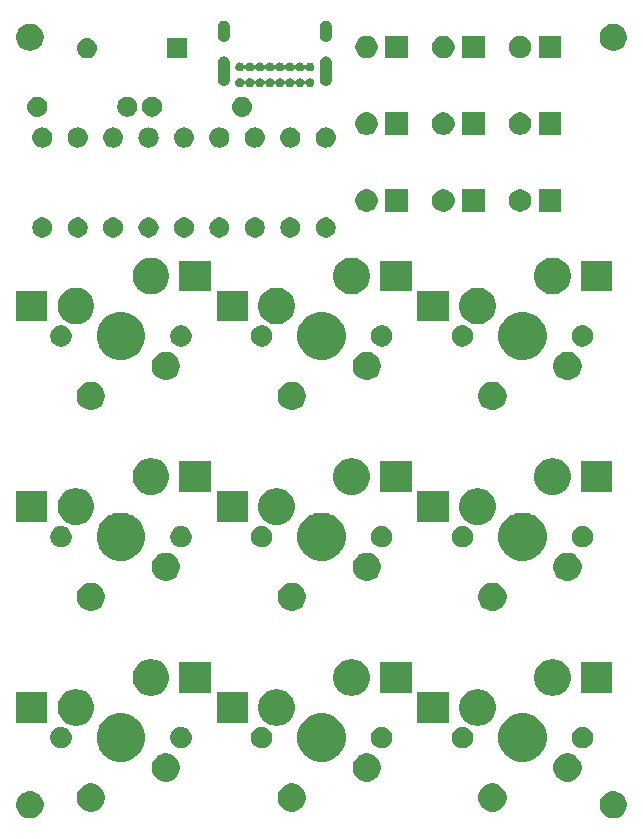
<source format=gbr>
G04 #@! TF.GenerationSoftware,KiCad,Pcbnew,(5.1.0)-1*
G04 #@! TF.CreationDate,2020-10-11T13:47:29-04:00*
G04 #@! TF.ProjectId,switch_tester,73776974-6368-45f7-9465-737465722e6b,rev?*
G04 #@! TF.SameCoordinates,Original*
G04 #@! TF.FileFunction,Soldermask,Bot*
G04 #@! TF.FilePolarity,Negative*
%FSLAX46Y46*%
G04 Gerber Fmt 4.6, Leading zero omitted, Abs format (unit mm)*
G04 Created by KiCad (PCBNEW (5.1.0)-1) date 2020-10-11 13:47:29*
%MOMM*%
%LPD*%
G04 APERTURE LIST*
%ADD10C,0.100000*%
G04 APERTURE END LIST*
D10*
G36*
X114924549Y-96571116D02*
G01*
X115035734Y-96593232D01*
X115245203Y-96679997D01*
X115433720Y-96805960D01*
X115594040Y-96966280D01*
X115720003Y-97154797D01*
X115806768Y-97364266D01*
X115851000Y-97586636D01*
X115851000Y-97813364D01*
X115806768Y-98035734D01*
X115720003Y-98245203D01*
X115594040Y-98433720D01*
X115433720Y-98594040D01*
X115245203Y-98720003D01*
X115035734Y-98806768D01*
X114924549Y-98828884D01*
X114813365Y-98851000D01*
X114586635Y-98851000D01*
X114475451Y-98828884D01*
X114364266Y-98806768D01*
X114154797Y-98720003D01*
X113966280Y-98594040D01*
X113805960Y-98433720D01*
X113679997Y-98245203D01*
X113593232Y-98035734D01*
X113549000Y-97813364D01*
X113549000Y-97586636D01*
X113593232Y-97364266D01*
X113679997Y-97154797D01*
X113805960Y-96966280D01*
X113966280Y-96805960D01*
X114154797Y-96679997D01*
X114364266Y-96593232D01*
X114475451Y-96571116D01*
X114586635Y-96549000D01*
X114813365Y-96549000D01*
X114924549Y-96571116D01*
X114924549Y-96571116D01*
G37*
G36*
X65524549Y-96571116D02*
G01*
X65635734Y-96593232D01*
X65845203Y-96679997D01*
X66033720Y-96805960D01*
X66194040Y-96966280D01*
X66320003Y-97154797D01*
X66406768Y-97364266D01*
X66451000Y-97586636D01*
X66451000Y-97813364D01*
X66406768Y-98035734D01*
X66320003Y-98245203D01*
X66194040Y-98433720D01*
X66033720Y-98594040D01*
X65845203Y-98720003D01*
X65635734Y-98806768D01*
X65524549Y-98828884D01*
X65413365Y-98851000D01*
X65186635Y-98851000D01*
X65075451Y-98828884D01*
X64964266Y-98806768D01*
X64754797Y-98720003D01*
X64566280Y-98594040D01*
X64405960Y-98433720D01*
X64279997Y-98245203D01*
X64193232Y-98035734D01*
X64149000Y-97813364D01*
X64149000Y-97586636D01*
X64193232Y-97364266D01*
X64279997Y-97154797D01*
X64405960Y-96966280D01*
X64566280Y-96805960D01*
X64754797Y-96679997D01*
X64964266Y-96593232D01*
X65075451Y-96571116D01*
X65186635Y-96549000D01*
X65413365Y-96549000D01*
X65524549Y-96571116D01*
X65524549Y-96571116D01*
G37*
G36*
X70808276Y-95931884D02*
G01*
X71025569Y-96021890D01*
X71025571Y-96021891D01*
X71221130Y-96152560D01*
X71387440Y-96318870D01*
X71518110Y-96514431D01*
X71608116Y-96731724D01*
X71654000Y-96962400D01*
X71654000Y-97197600D01*
X71608116Y-97428276D01*
X71542521Y-97586635D01*
X71518109Y-97645571D01*
X71387440Y-97841130D01*
X71221130Y-98007440D01*
X71025571Y-98138109D01*
X71025570Y-98138110D01*
X71025569Y-98138110D01*
X70808276Y-98228116D01*
X70577600Y-98274000D01*
X70342400Y-98274000D01*
X70111724Y-98228116D01*
X69894431Y-98138110D01*
X69894430Y-98138110D01*
X69894429Y-98138109D01*
X69698870Y-98007440D01*
X69532560Y-97841130D01*
X69401891Y-97645571D01*
X69377479Y-97586635D01*
X69311884Y-97428276D01*
X69266000Y-97197600D01*
X69266000Y-96962400D01*
X69311884Y-96731724D01*
X69401890Y-96514431D01*
X69532560Y-96318870D01*
X69698870Y-96152560D01*
X69894429Y-96021891D01*
X69894431Y-96021890D01*
X70111724Y-95931884D01*
X70342400Y-95886000D01*
X70577600Y-95886000D01*
X70808276Y-95931884D01*
X70808276Y-95931884D01*
G37*
G36*
X104808276Y-95931884D02*
G01*
X105025569Y-96021890D01*
X105025571Y-96021891D01*
X105221130Y-96152560D01*
X105387440Y-96318870D01*
X105518110Y-96514431D01*
X105608116Y-96731724D01*
X105654000Y-96962400D01*
X105654000Y-97197600D01*
X105608116Y-97428276D01*
X105542521Y-97586635D01*
X105518109Y-97645571D01*
X105387440Y-97841130D01*
X105221130Y-98007440D01*
X105025571Y-98138109D01*
X105025570Y-98138110D01*
X105025569Y-98138110D01*
X104808276Y-98228116D01*
X104577600Y-98274000D01*
X104342400Y-98274000D01*
X104111724Y-98228116D01*
X103894431Y-98138110D01*
X103894430Y-98138110D01*
X103894429Y-98138109D01*
X103698870Y-98007440D01*
X103532560Y-97841130D01*
X103401891Y-97645571D01*
X103377479Y-97586635D01*
X103311884Y-97428276D01*
X103266000Y-97197600D01*
X103266000Y-96962400D01*
X103311884Y-96731724D01*
X103401890Y-96514431D01*
X103532560Y-96318870D01*
X103698870Y-96152560D01*
X103894429Y-96021891D01*
X103894431Y-96021890D01*
X104111724Y-95931884D01*
X104342400Y-95886000D01*
X104577600Y-95886000D01*
X104808276Y-95931884D01*
X104808276Y-95931884D01*
G37*
G36*
X87808276Y-95931884D02*
G01*
X88025569Y-96021890D01*
X88025571Y-96021891D01*
X88221130Y-96152560D01*
X88387440Y-96318870D01*
X88518110Y-96514431D01*
X88608116Y-96731724D01*
X88654000Y-96962400D01*
X88654000Y-97197600D01*
X88608116Y-97428276D01*
X88542521Y-97586635D01*
X88518109Y-97645571D01*
X88387440Y-97841130D01*
X88221130Y-98007440D01*
X88025571Y-98138109D01*
X88025570Y-98138110D01*
X88025569Y-98138110D01*
X87808276Y-98228116D01*
X87577600Y-98274000D01*
X87342400Y-98274000D01*
X87111724Y-98228116D01*
X86894431Y-98138110D01*
X86894430Y-98138110D01*
X86894429Y-98138109D01*
X86698870Y-98007440D01*
X86532560Y-97841130D01*
X86401891Y-97645571D01*
X86377479Y-97586635D01*
X86311884Y-97428276D01*
X86266000Y-97197600D01*
X86266000Y-96962400D01*
X86311884Y-96731724D01*
X86401890Y-96514431D01*
X86532560Y-96318870D01*
X86698870Y-96152560D01*
X86894429Y-96021891D01*
X86894431Y-96021890D01*
X87111724Y-95931884D01*
X87342400Y-95886000D01*
X87577600Y-95886000D01*
X87808276Y-95931884D01*
X87808276Y-95931884D01*
G37*
G36*
X111158276Y-93391884D02*
G01*
X111375569Y-93481890D01*
X111375571Y-93481891D01*
X111534938Y-93588377D01*
X111571130Y-93612560D01*
X111737440Y-93778870D01*
X111868110Y-93974431D01*
X111958116Y-94191724D01*
X112004000Y-94422400D01*
X112004000Y-94657600D01*
X111958116Y-94888276D01*
X111868110Y-95105569D01*
X111868109Y-95105571D01*
X111737440Y-95301130D01*
X111571130Y-95467440D01*
X111375571Y-95598109D01*
X111375570Y-95598110D01*
X111375569Y-95598110D01*
X111158276Y-95688116D01*
X110927600Y-95734000D01*
X110692400Y-95734000D01*
X110461724Y-95688116D01*
X110244431Y-95598110D01*
X110244430Y-95598110D01*
X110244429Y-95598109D01*
X110048870Y-95467440D01*
X109882560Y-95301130D01*
X109751891Y-95105571D01*
X109751890Y-95105569D01*
X109661884Y-94888276D01*
X109616000Y-94657600D01*
X109616000Y-94422400D01*
X109661884Y-94191724D01*
X109751890Y-93974431D01*
X109882560Y-93778870D01*
X110048870Y-93612560D01*
X110085062Y-93588377D01*
X110244429Y-93481891D01*
X110244431Y-93481890D01*
X110461724Y-93391884D01*
X110692400Y-93346000D01*
X110927600Y-93346000D01*
X111158276Y-93391884D01*
X111158276Y-93391884D01*
G37*
G36*
X77158276Y-93391884D02*
G01*
X77375569Y-93481890D01*
X77375571Y-93481891D01*
X77534938Y-93588377D01*
X77571130Y-93612560D01*
X77737440Y-93778870D01*
X77868110Y-93974431D01*
X77958116Y-94191724D01*
X78004000Y-94422400D01*
X78004000Y-94657600D01*
X77958116Y-94888276D01*
X77868110Y-95105569D01*
X77868109Y-95105571D01*
X77737440Y-95301130D01*
X77571130Y-95467440D01*
X77375571Y-95598109D01*
X77375570Y-95598110D01*
X77375569Y-95598110D01*
X77158276Y-95688116D01*
X76927600Y-95734000D01*
X76692400Y-95734000D01*
X76461724Y-95688116D01*
X76244431Y-95598110D01*
X76244430Y-95598110D01*
X76244429Y-95598109D01*
X76048870Y-95467440D01*
X75882560Y-95301130D01*
X75751891Y-95105571D01*
X75751890Y-95105569D01*
X75661884Y-94888276D01*
X75616000Y-94657600D01*
X75616000Y-94422400D01*
X75661884Y-94191724D01*
X75751890Y-93974431D01*
X75882560Y-93778870D01*
X76048870Y-93612560D01*
X76085062Y-93588377D01*
X76244429Y-93481891D01*
X76244431Y-93481890D01*
X76461724Y-93391884D01*
X76692400Y-93346000D01*
X76927600Y-93346000D01*
X77158276Y-93391884D01*
X77158276Y-93391884D01*
G37*
G36*
X94158276Y-93391884D02*
G01*
X94375569Y-93481890D01*
X94375571Y-93481891D01*
X94534938Y-93588377D01*
X94571130Y-93612560D01*
X94737440Y-93778870D01*
X94868110Y-93974431D01*
X94958116Y-94191724D01*
X95004000Y-94422400D01*
X95004000Y-94657600D01*
X94958116Y-94888276D01*
X94868110Y-95105569D01*
X94868109Y-95105571D01*
X94737440Y-95301130D01*
X94571130Y-95467440D01*
X94375571Y-95598109D01*
X94375570Y-95598110D01*
X94375569Y-95598110D01*
X94158276Y-95688116D01*
X93927600Y-95734000D01*
X93692400Y-95734000D01*
X93461724Y-95688116D01*
X93244431Y-95598110D01*
X93244430Y-95598110D01*
X93244429Y-95598109D01*
X93048870Y-95467440D01*
X92882560Y-95301130D01*
X92751891Y-95105571D01*
X92751890Y-95105569D01*
X92661884Y-94888276D01*
X92616000Y-94657600D01*
X92616000Y-94422400D01*
X92661884Y-94191724D01*
X92751890Y-93974431D01*
X92882560Y-93778870D01*
X93048870Y-93612560D01*
X93085062Y-93588377D01*
X93244429Y-93481891D01*
X93244431Y-93481890D01*
X93461724Y-93391884D01*
X93692400Y-93346000D01*
X93927600Y-93346000D01*
X94158276Y-93391884D01*
X94158276Y-93391884D01*
G37*
G36*
X90596474Y-90033684D02*
G01*
X90814474Y-90123983D01*
X90968623Y-90187833D01*
X91303548Y-90411623D01*
X91588377Y-90696452D01*
X91812167Y-91031377D01*
X91876017Y-91185526D01*
X91966316Y-91403526D01*
X92044900Y-91798594D01*
X92044900Y-92201406D01*
X91966316Y-92596474D01*
X91882322Y-92799253D01*
X91812167Y-92968623D01*
X91588377Y-93303548D01*
X91303548Y-93588377D01*
X90968623Y-93812167D01*
X90814474Y-93876017D01*
X90596474Y-93966316D01*
X90201406Y-94044900D01*
X89798594Y-94044900D01*
X89403526Y-93966316D01*
X89185526Y-93876017D01*
X89031377Y-93812167D01*
X88696452Y-93588377D01*
X88411623Y-93303548D01*
X88187833Y-92968623D01*
X88117678Y-92799253D01*
X88033684Y-92596474D01*
X87955100Y-92201406D01*
X87955100Y-91798594D01*
X88033684Y-91403526D01*
X88123983Y-91185526D01*
X88187833Y-91031377D01*
X88411623Y-90696452D01*
X88696452Y-90411623D01*
X89031377Y-90187833D01*
X89185526Y-90123983D01*
X89403526Y-90033684D01*
X89798594Y-89955100D01*
X90201406Y-89955100D01*
X90596474Y-90033684D01*
X90596474Y-90033684D01*
G37*
G36*
X73596474Y-90033684D02*
G01*
X73814474Y-90123983D01*
X73968623Y-90187833D01*
X74303548Y-90411623D01*
X74588377Y-90696452D01*
X74812167Y-91031377D01*
X74876017Y-91185526D01*
X74966316Y-91403526D01*
X75044900Y-91798594D01*
X75044900Y-92201406D01*
X74966316Y-92596474D01*
X74882322Y-92799253D01*
X74812167Y-92968623D01*
X74588377Y-93303548D01*
X74303548Y-93588377D01*
X73968623Y-93812167D01*
X73814474Y-93876017D01*
X73596474Y-93966316D01*
X73201406Y-94044900D01*
X72798594Y-94044900D01*
X72403526Y-93966316D01*
X72185526Y-93876017D01*
X72031377Y-93812167D01*
X71696452Y-93588377D01*
X71411623Y-93303548D01*
X71187833Y-92968623D01*
X71117678Y-92799253D01*
X71033684Y-92596474D01*
X70955100Y-92201406D01*
X70955100Y-91798594D01*
X71033684Y-91403526D01*
X71123983Y-91185526D01*
X71187833Y-91031377D01*
X71411623Y-90696452D01*
X71696452Y-90411623D01*
X72031377Y-90187833D01*
X72185526Y-90123983D01*
X72403526Y-90033684D01*
X72798594Y-89955100D01*
X73201406Y-89955100D01*
X73596474Y-90033684D01*
X73596474Y-90033684D01*
G37*
G36*
X107596474Y-90033684D02*
G01*
X107814474Y-90123983D01*
X107968623Y-90187833D01*
X108303548Y-90411623D01*
X108588377Y-90696452D01*
X108812167Y-91031377D01*
X108876017Y-91185526D01*
X108966316Y-91403526D01*
X109044900Y-91798594D01*
X109044900Y-92201406D01*
X108966316Y-92596474D01*
X108882322Y-92799253D01*
X108812167Y-92968623D01*
X108588377Y-93303548D01*
X108303548Y-93588377D01*
X107968623Y-93812167D01*
X107814474Y-93876017D01*
X107596474Y-93966316D01*
X107201406Y-94044900D01*
X106798594Y-94044900D01*
X106403526Y-93966316D01*
X106185526Y-93876017D01*
X106031377Y-93812167D01*
X105696452Y-93588377D01*
X105411623Y-93303548D01*
X105187833Y-92968623D01*
X105117678Y-92799253D01*
X105033684Y-92596474D01*
X104955100Y-92201406D01*
X104955100Y-91798594D01*
X105033684Y-91403526D01*
X105123983Y-91185526D01*
X105187833Y-91031377D01*
X105411623Y-90696452D01*
X105696452Y-90411623D01*
X106031377Y-90187833D01*
X106185526Y-90123983D01*
X106403526Y-90033684D01*
X106798594Y-89955100D01*
X107201406Y-89955100D01*
X107596474Y-90033684D01*
X107596474Y-90033684D01*
G37*
G36*
X102095952Y-91115429D02*
G01*
X102183075Y-91132759D01*
X102292498Y-91178084D01*
X102347211Y-91200747D01*
X102493933Y-91298783D01*
X102494928Y-91299448D01*
X102620552Y-91425072D01*
X102620554Y-91425075D01*
X102719253Y-91572789D01*
X102719253Y-91572790D01*
X102787241Y-91736925D01*
X102821900Y-91911171D01*
X102821900Y-92088829D01*
X102787241Y-92263075D01*
X102741916Y-92372498D01*
X102719253Y-92427211D01*
X102621217Y-92573933D01*
X102620552Y-92574928D01*
X102494928Y-92700552D01*
X102494925Y-92700554D01*
X102347211Y-92799253D01*
X102292498Y-92821916D01*
X102183075Y-92867241D01*
X102095952Y-92884570D01*
X102008831Y-92901900D01*
X101831169Y-92901900D01*
X101744048Y-92884570D01*
X101656925Y-92867241D01*
X101547502Y-92821916D01*
X101492789Y-92799253D01*
X101345075Y-92700554D01*
X101345072Y-92700552D01*
X101219448Y-92574928D01*
X101218783Y-92573933D01*
X101120747Y-92427211D01*
X101098084Y-92372498D01*
X101052759Y-92263075D01*
X101018100Y-92088829D01*
X101018100Y-91911171D01*
X101052759Y-91736925D01*
X101120747Y-91572790D01*
X101120747Y-91572789D01*
X101219446Y-91425075D01*
X101219448Y-91425072D01*
X101345072Y-91299448D01*
X101346067Y-91298783D01*
X101492789Y-91200747D01*
X101547502Y-91178084D01*
X101656925Y-91132759D01*
X101744048Y-91115429D01*
X101831169Y-91098100D01*
X102008831Y-91098100D01*
X102095952Y-91115429D01*
X102095952Y-91115429D01*
G37*
G36*
X68095952Y-91115429D02*
G01*
X68183075Y-91132759D01*
X68292498Y-91178084D01*
X68347211Y-91200747D01*
X68493933Y-91298783D01*
X68494928Y-91299448D01*
X68620552Y-91425072D01*
X68620554Y-91425075D01*
X68719253Y-91572789D01*
X68719253Y-91572790D01*
X68787241Y-91736925D01*
X68821900Y-91911171D01*
X68821900Y-92088829D01*
X68787241Y-92263075D01*
X68741916Y-92372498D01*
X68719253Y-92427211D01*
X68621217Y-92573933D01*
X68620552Y-92574928D01*
X68494928Y-92700552D01*
X68494925Y-92700554D01*
X68347211Y-92799253D01*
X68292498Y-92821916D01*
X68183075Y-92867241D01*
X68095952Y-92884570D01*
X68008831Y-92901900D01*
X67831169Y-92901900D01*
X67744048Y-92884570D01*
X67656925Y-92867241D01*
X67547502Y-92821916D01*
X67492789Y-92799253D01*
X67345075Y-92700554D01*
X67345072Y-92700552D01*
X67219448Y-92574928D01*
X67218783Y-92573933D01*
X67120747Y-92427211D01*
X67098084Y-92372498D01*
X67052759Y-92263075D01*
X67018100Y-92088829D01*
X67018100Y-91911171D01*
X67052759Y-91736925D01*
X67120747Y-91572790D01*
X67120747Y-91572789D01*
X67219446Y-91425075D01*
X67219448Y-91425072D01*
X67345072Y-91299448D01*
X67346067Y-91298783D01*
X67492789Y-91200747D01*
X67547502Y-91178084D01*
X67656925Y-91132759D01*
X67744048Y-91115429D01*
X67831169Y-91098100D01*
X68008831Y-91098100D01*
X68095952Y-91115429D01*
X68095952Y-91115429D01*
G37*
G36*
X78255952Y-91115429D02*
G01*
X78343075Y-91132759D01*
X78452498Y-91178084D01*
X78507211Y-91200747D01*
X78653933Y-91298783D01*
X78654928Y-91299448D01*
X78780552Y-91425072D01*
X78780554Y-91425075D01*
X78879253Y-91572789D01*
X78879253Y-91572790D01*
X78947241Y-91736925D01*
X78981900Y-91911171D01*
X78981900Y-92088829D01*
X78947241Y-92263075D01*
X78901916Y-92372498D01*
X78879253Y-92427211D01*
X78781217Y-92573933D01*
X78780552Y-92574928D01*
X78654928Y-92700552D01*
X78654925Y-92700554D01*
X78507211Y-92799253D01*
X78452498Y-92821916D01*
X78343075Y-92867241D01*
X78255952Y-92884570D01*
X78168831Y-92901900D01*
X77991169Y-92901900D01*
X77904048Y-92884570D01*
X77816925Y-92867241D01*
X77707502Y-92821916D01*
X77652789Y-92799253D01*
X77505075Y-92700554D01*
X77505072Y-92700552D01*
X77379448Y-92574928D01*
X77378783Y-92573933D01*
X77280747Y-92427211D01*
X77258084Y-92372498D01*
X77212759Y-92263075D01*
X77178100Y-92088829D01*
X77178100Y-91911171D01*
X77212759Y-91736925D01*
X77280747Y-91572790D01*
X77280747Y-91572789D01*
X77379446Y-91425075D01*
X77379448Y-91425072D01*
X77505072Y-91299448D01*
X77506067Y-91298783D01*
X77652789Y-91200747D01*
X77707502Y-91178084D01*
X77816925Y-91132759D01*
X77904048Y-91115429D01*
X77991169Y-91098100D01*
X78168831Y-91098100D01*
X78255952Y-91115429D01*
X78255952Y-91115429D01*
G37*
G36*
X85095952Y-91115429D02*
G01*
X85183075Y-91132759D01*
X85292498Y-91178084D01*
X85347211Y-91200747D01*
X85493933Y-91298783D01*
X85494928Y-91299448D01*
X85620552Y-91425072D01*
X85620554Y-91425075D01*
X85719253Y-91572789D01*
X85719253Y-91572790D01*
X85787241Y-91736925D01*
X85821900Y-91911171D01*
X85821900Y-92088829D01*
X85787241Y-92263075D01*
X85741916Y-92372498D01*
X85719253Y-92427211D01*
X85621217Y-92573933D01*
X85620552Y-92574928D01*
X85494928Y-92700552D01*
X85494925Y-92700554D01*
X85347211Y-92799253D01*
X85292498Y-92821916D01*
X85183075Y-92867241D01*
X85095952Y-92884570D01*
X85008831Y-92901900D01*
X84831169Y-92901900D01*
X84744048Y-92884570D01*
X84656925Y-92867241D01*
X84547502Y-92821916D01*
X84492789Y-92799253D01*
X84345075Y-92700554D01*
X84345072Y-92700552D01*
X84219448Y-92574928D01*
X84218783Y-92573933D01*
X84120747Y-92427211D01*
X84098084Y-92372498D01*
X84052759Y-92263075D01*
X84018100Y-92088829D01*
X84018100Y-91911171D01*
X84052759Y-91736925D01*
X84120747Y-91572790D01*
X84120747Y-91572789D01*
X84219446Y-91425075D01*
X84219448Y-91425072D01*
X84345072Y-91299448D01*
X84346067Y-91298783D01*
X84492789Y-91200747D01*
X84547502Y-91178084D01*
X84656925Y-91132759D01*
X84744048Y-91115429D01*
X84831169Y-91098100D01*
X85008831Y-91098100D01*
X85095952Y-91115429D01*
X85095952Y-91115429D01*
G37*
G36*
X95255952Y-91115429D02*
G01*
X95343075Y-91132759D01*
X95452498Y-91178084D01*
X95507211Y-91200747D01*
X95653933Y-91298783D01*
X95654928Y-91299448D01*
X95780552Y-91425072D01*
X95780554Y-91425075D01*
X95879253Y-91572789D01*
X95879253Y-91572790D01*
X95947241Y-91736925D01*
X95981900Y-91911171D01*
X95981900Y-92088829D01*
X95947241Y-92263075D01*
X95901916Y-92372498D01*
X95879253Y-92427211D01*
X95781217Y-92573933D01*
X95780552Y-92574928D01*
X95654928Y-92700552D01*
X95654925Y-92700554D01*
X95507211Y-92799253D01*
X95452498Y-92821916D01*
X95343075Y-92867241D01*
X95255952Y-92884570D01*
X95168831Y-92901900D01*
X94991169Y-92901900D01*
X94904048Y-92884570D01*
X94816925Y-92867241D01*
X94707502Y-92821916D01*
X94652789Y-92799253D01*
X94505075Y-92700554D01*
X94505072Y-92700552D01*
X94379448Y-92574928D01*
X94378783Y-92573933D01*
X94280747Y-92427211D01*
X94258084Y-92372498D01*
X94212759Y-92263075D01*
X94178100Y-92088829D01*
X94178100Y-91911171D01*
X94212759Y-91736925D01*
X94280747Y-91572790D01*
X94280747Y-91572789D01*
X94379446Y-91425075D01*
X94379448Y-91425072D01*
X94505072Y-91299448D01*
X94506067Y-91298783D01*
X94652789Y-91200747D01*
X94707502Y-91178084D01*
X94816925Y-91132759D01*
X94904048Y-91115429D01*
X94991169Y-91098100D01*
X95168831Y-91098100D01*
X95255952Y-91115429D01*
X95255952Y-91115429D01*
G37*
G36*
X112255952Y-91115429D02*
G01*
X112343075Y-91132759D01*
X112452498Y-91178084D01*
X112507211Y-91200747D01*
X112653933Y-91298783D01*
X112654928Y-91299448D01*
X112780552Y-91425072D01*
X112780554Y-91425075D01*
X112879253Y-91572789D01*
X112879253Y-91572790D01*
X112947241Y-91736925D01*
X112981900Y-91911171D01*
X112981900Y-92088829D01*
X112947241Y-92263075D01*
X112901916Y-92372498D01*
X112879253Y-92427211D01*
X112781217Y-92573933D01*
X112780552Y-92574928D01*
X112654928Y-92700552D01*
X112654925Y-92700554D01*
X112507211Y-92799253D01*
X112452498Y-92821916D01*
X112343075Y-92867241D01*
X112255952Y-92884570D01*
X112168831Y-92901900D01*
X111991169Y-92901900D01*
X111904048Y-92884570D01*
X111816925Y-92867241D01*
X111707502Y-92821916D01*
X111652789Y-92799253D01*
X111505075Y-92700554D01*
X111505072Y-92700552D01*
X111379448Y-92574928D01*
X111378783Y-92573933D01*
X111280747Y-92427211D01*
X111258084Y-92372498D01*
X111212759Y-92263075D01*
X111178100Y-92088829D01*
X111178100Y-91911171D01*
X111212759Y-91736925D01*
X111280747Y-91572790D01*
X111280747Y-91572789D01*
X111379446Y-91425075D01*
X111379448Y-91425072D01*
X111505072Y-91299448D01*
X111506067Y-91298783D01*
X111652789Y-91200747D01*
X111707502Y-91178084D01*
X111816925Y-91132759D01*
X111904048Y-91115429D01*
X111991169Y-91098100D01*
X112168831Y-91098100D01*
X112255952Y-91115429D01*
X112255952Y-91115429D01*
G37*
G36*
X86492585Y-87938802D02*
G01*
X86642410Y-87968604D01*
X86924674Y-88085521D01*
X87178705Y-88255259D01*
X87394741Y-88471295D01*
X87564479Y-88725326D01*
X87681396Y-89007590D01*
X87741000Y-89307240D01*
X87741000Y-89612760D01*
X87681396Y-89912410D01*
X87564479Y-90194674D01*
X87394741Y-90448705D01*
X87178705Y-90664741D01*
X86924674Y-90834479D01*
X86642410Y-90951396D01*
X86492585Y-90981198D01*
X86342761Y-91011000D01*
X86037239Y-91011000D01*
X85887415Y-90981198D01*
X85737590Y-90951396D01*
X85455326Y-90834479D01*
X85201295Y-90664741D01*
X84985259Y-90448705D01*
X84815521Y-90194674D01*
X84698604Y-89912410D01*
X84639000Y-89612760D01*
X84639000Y-89307240D01*
X84698604Y-89007590D01*
X84815521Y-88725326D01*
X84985259Y-88471295D01*
X85201295Y-88255259D01*
X85455326Y-88085521D01*
X85737590Y-87968604D01*
X85887415Y-87938802D01*
X86037239Y-87909000D01*
X86342761Y-87909000D01*
X86492585Y-87938802D01*
X86492585Y-87938802D01*
G37*
G36*
X103492585Y-87938802D02*
G01*
X103642410Y-87968604D01*
X103924674Y-88085521D01*
X104178705Y-88255259D01*
X104394741Y-88471295D01*
X104564479Y-88725326D01*
X104681396Y-89007590D01*
X104741000Y-89307240D01*
X104741000Y-89612760D01*
X104681396Y-89912410D01*
X104564479Y-90194674D01*
X104394741Y-90448705D01*
X104178705Y-90664741D01*
X103924674Y-90834479D01*
X103642410Y-90951396D01*
X103492585Y-90981198D01*
X103342761Y-91011000D01*
X103037239Y-91011000D01*
X102887415Y-90981198D01*
X102737590Y-90951396D01*
X102455326Y-90834479D01*
X102201295Y-90664741D01*
X101985259Y-90448705D01*
X101815521Y-90194674D01*
X101698604Y-89912410D01*
X101639000Y-89612760D01*
X101639000Y-89307240D01*
X101698604Y-89007590D01*
X101815521Y-88725326D01*
X101985259Y-88471295D01*
X102201295Y-88255259D01*
X102455326Y-88085521D01*
X102737590Y-87968604D01*
X102887415Y-87938802D01*
X103037239Y-87909000D01*
X103342761Y-87909000D01*
X103492585Y-87938802D01*
X103492585Y-87938802D01*
G37*
G36*
X69492585Y-87938802D02*
G01*
X69642410Y-87968604D01*
X69924674Y-88085521D01*
X70178705Y-88255259D01*
X70394741Y-88471295D01*
X70564479Y-88725326D01*
X70681396Y-89007590D01*
X70741000Y-89307240D01*
X70741000Y-89612760D01*
X70681396Y-89912410D01*
X70564479Y-90194674D01*
X70394741Y-90448705D01*
X70178705Y-90664741D01*
X69924674Y-90834479D01*
X69642410Y-90951396D01*
X69492585Y-90981198D01*
X69342761Y-91011000D01*
X69037239Y-91011000D01*
X68887415Y-90981198D01*
X68737590Y-90951396D01*
X68455326Y-90834479D01*
X68201295Y-90664741D01*
X67985259Y-90448705D01*
X67815521Y-90194674D01*
X67698604Y-89912410D01*
X67639000Y-89612760D01*
X67639000Y-89307240D01*
X67698604Y-89007590D01*
X67815521Y-88725326D01*
X67985259Y-88471295D01*
X68201295Y-88255259D01*
X68455326Y-88085521D01*
X68737590Y-87968604D01*
X68887415Y-87938802D01*
X69037239Y-87909000D01*
X69342761Y-87909000D01*
X69492585Y-87938802D01*
X69492585Y-87938802D01*
G37*
G36*
X66766000Y-90761000D02*
G01*
X64114000Y-90761000D01*
X64114000Y-88159000D01*
X66766000Y-88159000D01*
X66766000Y-90761000D01*
X66766000Y-90761000D01*
G37*
G36*
X100766000Y-90761000D02*
G01*
X98114000Y-90761000D01*
X98114000Y-88159000D01*
X100766000Y-88159000D01*
X100766000Y-90761000D01*
X100766000Y-90761000D01*
G37*
G36*
X83766000Y-90761000D02*
G01*
X81114000Y-90761000D01*
X81114000Y-88159000D01*
X83766000Y-88159000D01*
X83766000Y-90761000D01*
X83766000Y-90761000D01*
G37*
G36*
X109842585Y-85398802D02*
G01*
X109992410Y-85428604D01*
X110274674Y-85545521D01*
X110528705Y-85715259D01*
X110744741Y-85931295D01*
X110914479Y-86185326D01*
X111031396Y-86467590D01*
X111091000Y-86767240D01*
X111091000Y-87072760D01*
X111031396Y-87372410D01*
X110914479Y-87654674D01*
X110744741Y-87908705D01*
X110528705Y-88124741D01*
X110274674Y-88294479D01*
X109992410Y-88411396D01*
X109842585Y-88441198D01*
X109692761Y-88471000D01*
X109387239Y-88471000D01*
X109237415Y-88441198D01*
X109087590Y-88411396D01*
X108805326Y-88294479D01*
X108551295Y-88124741D01*
X108335259Y-87908705D01*
X108165521Y-87654674D01*
X108048604Y-87372410D01*
X107989000Y-87072760D01*
X107989000Y-86767240D01*
X108048604Y-86467590D01*
X108165521Y-86185326D01*
X108335259Y-85931295D01*
X108551295Y-85715259D01*
X108805326Y-85545521D01*
X109087590Y-85428604D01*
X109237415Y-85398802D01*
X109387239Y-85369000D01*
X109692761Y-85369000D01*
X109842585Y-85398802D01*
X109842585Y-85398802D01*
G37*
G36*
X75842585Y-85398802D02*
G01*
X75992410Y-85428604D01*
X76274674Y-85545521D01*
X76528705Y-85715259D01*
X76744741Y-85931295D01*
X76914479Y-86185326D01*
X77031396Y-86467590D01*
X77091000Y-86767240D01*
X77091000Y-87072760D01*
X77031396Y-87372410D01*
X76914479Y-87654674D01*
X76744741Y-87908705D01*
X76528705Y-88124741D01*
X76274674Y-88294479D01*
X75992410Y-88411396D01*
X75842585Y-88441198D01*
X75692761Y-88471000D01*
X75387239Y-88471000D01*
X75237415Y-88441198D01*
X75087590Y-88411396D01*
X74805326Y-88294479D01*
X74551295Y-88124741D01*
X74335259Y-87908705D01*
X74165521Y-87654674D01*
X74048604Y-87372410D01*
X73989000Y-87072760D01*
X73989000Y-86767240D01*
X74048604Y-86467590D01*
X74165521Y-86185326D01*
X74335259Y-85931295D01*
X74551295Y-85715259D01*
X74805326Y-85545521D01*
X75087590Y-85428604D01*
X75237415Y-85398802D01*
X75387239Y-85369000D01*
X75692761Y-85369000D01*
X75842585Y-85398802D01*
X75842585Y-85398802D01*
G37*
G36*
X92842585Y-85398802D02*
G01*
X92992410Y-85428604D01*
X93274674Y-85545521D01*
X93528705Y-85715259D01*
X93744741Y-85931295D01*
X93914479Y-86185326D01*
X94031396Y-86467590D01*
X94091000Y-86767240D01*
X94091000Y-87072760D01*
X94031396Y-87372410D01*
X93914479Y-87654674D01*
X93744741Y-87908705D01*
X93528705Y-88124741D01*
X93274674Y-88294479D01*
X92992410Y-88411396D01*
X92842585Y-88441198D01*
X92692761Y-88471000D01*
X92387239Y-88471000D01*
X92237415Y-88441198D01*
X92087590Y-88411396D01*
X91805326Y-88294479D01*
X91551295Y-88124741D01*
X91335259Y-87908705D01*
X91165521Y-87654674D01*
X91048604Y-87372410D01*
X90989000Y-87072760D01*
X90989000Y-86767240D01*
X91048604Y-86467590D01*
X91165521Y-86185326D01*
X91335259Y-85931295D01*
X91551295Y-85715259D01*
X91805326Y-85545521D01*
X92087590Y-85428604D01*
X92237415Y-85398802D01*
X92387239Y-85369000D01*
X92692761Y-85369000D01*
X92842585Y-85398802D01*
X92842585Y-85398802D01*
G37*
G36*
X114616000Y-88221000D02*
G01*
X111964000Y-88221000D01*
X111964000Y-85619000D01*
X114616000Y-85619000D01*
X114616000Y-88221000D01*
X114616000Y-88221000D01*
G37*
G36*
X80616000Y-88221000D02*
G01*
X77964000Y-88221000D01*
X77964000Y-85619000D01*
X80616000Y-85619000D01*
X80616000Y-88221000D01*
X80616000Y-88221000D01*
G37*
G36*
X97616000Y-88221000D02*
G01*
X94964000Y-88221000D01*
X94964000Y-85619000D01*
X97616000Y-85619000D01*
X97616000Y-88221000D01*
X97616000Y-88221000D01*
G37*
G36*
X70808276Y-78931884D02*
G01*
X71025569Y-79021890D01*
X71025571Y-79021891D01*
X71221130Y-79152560D01*
X71387440Y-79318870D01*
X71518110Y-79514431D01*
X71608116Y-79731724D01*
X71654000Y-79962400D01*
X71654000Y-80197600D01*
X71608116Y-80428276D01*
X71518110Y-80645569D01*
X71518109Y-80645571D01*
X71387440Y-80841130D01*
X71221130Y-81007440D01*
X71025571Y-81138109D01*
X71025570Y-81138110D01*
X71025569Y-81138110D01*
X70808276Y-81228116D01*
X70577600Y-81274000D01*
X70342400Y-81274000D01*
X70111724Y-81228116D01*
X69894431Y-81138110D01*
X69894430Y-81138110D01*
X69894429Y-81138109D01*
X69698870Y-81007440D01*
X69532560Y-80841130D01*
X69401891Y-80645571D01*
X69401890Y-80645569D01*
X69311884Y-80428276D01*
X69266000Y-80197600D01*
X69266000Y-79962400D01*
X69311884Y-79731724D01*
X69401890Y-79514431D01*
X69532560Y-79318870D01*
X69698870Y-79152560D01*
X69894429Y-79021891D01*
X69894431Y-79021890D01*
X70111724Y-78931884D01*
X70342400Y-78886000D01*
X70577600Y-78886000D01*
X70808276Y-78931884D01*
X70808276Y-78931884D01*
G37*
G36*
X87808276Y-78931884D02*
G01*
X88025569Y-79021890D01*
X88025571Y-79021891D01*
X88221130Y-79152560D01*
X88387440Y-79318870D01*
X88518110Y-79514431D01*
X88608116Y-79731724D01*
X88654000Y-79962400D01*
X88654000Y-80197600D01*
X88608116Y-80428276D01*
X88518110Y-80645569D01*
X88518109Y-80645571D01*
X88387440Y-80841130D01*
X88221130Y-81007440D01*
X88025571Y-81138109D01*
X88025570Y-81138110D01*
X88025569Y-81138110D01*
X87808276Y-81228116D01*
X87577600Y-81274000D01*
X87342400Y-81274000D01*
X87111724Y-81228116D01*
X86894431Y-81138110D01*
X86894430Y-81138110D01*
X86894429Y-81138109D01*
X86698870Y-81007440D01*
X86532560Y-80841130D01*
X86401891Y-80645571D01*
X86401890Y-80645569D01*
X86311884Y-80428276D01*
X86266000Y-80197600D01*
X86266000Y-79962400D01*
X86311884Y-79731724D01*
X86401890Y-79514431D01*
X86532560Y-79318870D01*
X86698870Y-79152560D01*
X86894429Y-79021891D01*
X86894431Y-79021890D01*
X87111724Y-78931884D01*
X87342400Y-78886000D01*
X87577600Y-78886000D01*
X87808276Y-78931884D01*
X87808276Y-78931884D01*
G37*
G36*
X104808276Y-78931884D02*
G01*
X105025569Y-79021890D01*
X105025571Y-79021891D01*
X105221130Y-79152560D01*
X105387440Y-79318870D01*
X105518110Y-79514431D01*
X105608116Y-79731724D01*
X105654000Y-79962400D01*
X105654000Y-80197600D01*
X105608116Y-80428276D01*
X105518110Y-80645569D01*
X105518109Y-80645571D01*
X105387440Y-80841130D01*
X105221130Y-81007440D01*
X105025571Y-81138109D01*
X105025570Y-81138110D01*
X105025569Y-81138110D01*
X104808276Y-81228116D01*
X104577600Y-81274000D01*
X104342400Y-81274000D01*
X104111724Y-81228116D01*
X103894431Y-81138110D01*
X103894430Y-81138110D01*
X103894429Y-81138109D01*
X103698870Y-81007440D01*
X103532560Y-80841130D01*
X103401891Y-80645571D01*
X103401890Y-80645569D01*
X103311884Y-80428276D01*
X103266000Y-80197600D01*
X103266000Y-79962400D01*
X103311884Y-79731724D01*
X103401890Y-79514431D01*
X103532560Y-79318870D01*
X103698870Y-79152560D01*
X103894429Y-79021891D01*
X103894431Y-79021890D01*
X104111724Y-78931884D01*
X104342400Y-78886000D01*
X104577600Y-78886000D01*
X104808276Y-78931884D01*
X104808276Y-78931884D01*
G37*
G36*
X94158276Y-76391884D02*
G01*
X94375569Y-76481890D01*
X94375571Y-76481891D01*
X94534938Y-76588377D01*
X94571130Y-76612560D01*
X94737440Y-76778870D01*
X94868110Y-76974431D01*
X94958116Y-77191724D01*
X95004000Y-77422400D01*
X95004000Y-77657600D01*
X94958116Y-77888276D01*
X94868110Y-78105569D01*
X94868109Y-78105571D01*
X94737440Y-78301130D01*
X94571130Y-78467440D01*
X94375571Y-78598109D01*
X94375570Y-78598110D01*
X94375569Y-78598110D01*
X94158276Y-78688116D01*
X93927600Y-78734000D01*
X93692400Y-78734000D01*
X93461724Y-78688116D01*
X93244431Y-78598110D01*
X93244430Y-78598110D01*
X93244429Y-78598109D01*
X93048870Y-78467440D01*
X92882560Y-78301130D01*
X92751891Y-78105571D01*
X92751890Y-78105569D01*
X92661884Y-77888276D01*
X92616000Y-77657600D01*
X92616000Y-77422400D01*
X92661884Y-77191724D01*
X92751890Y-76974431D01*
X92882560Y-76778870D01*
X93048870Y-76612560D01*
X93085062Y-76588377D01*
X93244429Y-76481891D01*
X93244431Y-76481890D01*
X93461724Y-76391884D01*
X93692400Y-76346000D01*
X93927600Y-76346000D01*
X94158276Y-76391884D01*
X94158276Y-76391884D01*
G37*
G36*
X77158276Y-76391884D02*
G01*
X77375569Y-76481890D01*
X77375571Y-76481891D01*
X77534938Y-76588377D01*
X77571130Y-76612560D01*
X77737440Y-76778870D01*
X77868110Y-76974431D01*
X77958116Y-77191724D01*
X78004000Y-77422400D01*
X78004000Y-77657600D01*
X77958116Y-77888276D01*
X77868110Y-78105569D01*
X77868109Y-78105571D01*
X77737440Y-78301130D01*
X77571130Y-78467440D01*
X77375571Y-78598109D01*
X77375570Y-78598110D01*
X77375569Y-78598110D01*
X77158276Y-78688116D01*
X76927600Y-78734000D01*
X76692400Y-78734000D01*
X76461724Y-78688116D01*
X76244431Y-78598110D01*
X76244430Y-78598110D01*
X76244429Y-78598109D01*
X76048870Y-78467440D01*
X75882560Y-78301130D01*
X75751891Y-78105571D01*
X75751890Y-78105569D01*
X75661884Y-77888276D01*
X75616000Y-77657600D01*
X75616000Y-77422400D01*
X75661884Y-77191724D01*
X75751890Y-76974431D01*
X75882560Y-76778870D01*
X76048870Y-76612560D01*
X76085062Y-76588377D01*
X76244429Y-76481891D01*
X76244431Y-76481890D01*
X76461724Y-76391884D01*
X76692400Y-76346000D01*
X76927600Y-76346000D01*
X77158276Y-76391884D01*
X77158276Y-76391884D01*
G37*
G36*
X111158276Y-76391884D02*
G01*
X111375569Y-76481890D01*
X111375571Y-76481891D01*
X111534938Y-76588377D01*
X111571130Y-76612560D01*
X111737440Y-76778870D01*
X111868110Y-76974431D01*
X111958116Y-77191724D01*
X112004000Y-77422400D01*
X112004000Y-77657600D01*
X111958116Y-77888276D01*
X111868110Y-78105569D01*
X111868109Y-78105571D01*
X111737440Y-78301130D01*
X111571130Y-78467440D01*
X111375571Y-78598109D01*
X111375570Y-78598110D01*
X111375569Y-78598110D01*
X111158276Y-78688116D01*
X110927600Y-78734000D01*
X110692400Y-78734000D01*
X110461724Y-78688116D01*
X110244431Y-78598110D01*
X110244430Y-78598110D01*
X110244429Y-78598109D01*
X110048870Y-78467440D01*
X109882560Y-78301130D01*
X109751891Y-78105571D01*
X109751890Y-78105569D01*
X109661884Y-77888276D01*
X109616000Y-77657600D01*
X109616000Y-77422400D01*
X109661884Y-77191724D01*
X109751890Y-76974431D01*
X109882560Y-76778870D01*
X110048870Y-76612560D01*
X110085062Y-76588377D01*
X110244429Y-76481891D01*
X110244431Y-76481890D01*
X110461724Y-76391884D01*
X110692400Y-76346000D01*
X110927600Y-76346000D01*
X111158276Y-76391884D01*
X111158276Y-76391884D01*
G37*
G36*
X73596474Y-73033684D02*
G01*
X73814474Y-73123983D01*
X73968623Y-73187833D01*
X74303548Y-73411623D01*
X74588377Y-73696452D01*
X74812167Y-74031377D01*
X74876017Y-74185526D01*
X74966316Y-74403526D01*
X75044900Y-74798594D01*
X75044900Y-75201406D01*
X74966316Y-75596474D01*
X74882322Y-75799253D01*
X74812167Y-75968623D01*
X74588377Y-76303548D01*
X74303548Y-76588377D01*
X73968623Y-76812167D01*
X73814474Y-76876017D01*
X73596474Y-76966316D01*
X73201406Y-77044900D01*
X72798594Y-77044900D01*
X72403526Y-76966316D01*
X72185526Y-76876017D01*
X72031377Y-76812167D01*
X71696452Y-76588377D01*
X71411623Y-76303548D01*
X71187833Y-75968623D01*
X71117678Y-75799253D01*
X71033684Y-75596474D01*
X70955100Y-75201406D01*
X70955100Y-74798594D01*
X71033684Y-74403526D01*
X71123983Y-74185526D01*
X71187833Y-74031377D01*
X71411623Y-73696452D01*
X71696452Y-73411623D01*
X72031377Y-73187833D01*
X72185526Y-73123983D01*
X72403526Y-73033684D01*
X72798594Y-72955100D01*
X73201406Y-72955100D01*
X73596474Y-73033684D01*
X73596474Y-73033684D01*
G37*
G36*
X107596474Y-73033684D02*
G01*
X107814474Y-73123983D01*
X107968623Y-73187833D01*
X108303548Y-73411623D01*
X108588377Y-73696452D01*
X108812167Y-74031377D01*
X108876017Y-74185526D01*
X108966316Y-74403526D01*
X109044900Y-74798594D01*
X109044900Y-75201406D01*
X108966316Y-75596474D01*
X108882322Y-75799253D01*
X108812167Y-75968623D01*
X108588377Y-76303548D01*
X108303548Y-76588377D01*
X107968623Y-76812167D01*
X107814474Y-76876017D01*
X107596474Y-76966316D01*
X107201406Y-77044900D01*
X106798594Y-77044900D01*
X106403526Y-76966316D01*
X106185526Y-76876017D01*
X106031377Y-76812167D01*
X105696452Y-76588377D01*
X105411623Y-76303548D01*
X105187833Y-75968623D01*
X105117678Y-75799253D01*
X105033684Y-75596474D01*
X104955100Y-75201406D01*
X104955100Y-74798594D01*
X105033684Y-74403526D01*
X105123983Y-74185526D01*
X105187833Y-74031377D01*
X105411623Y-73696452D01*
X105696452Y-73411623D01*
X106031377Y-73187833D01*
X106185526Y-73123983D01*
X106403526Y-73033684D01*
X106798594Y-72955100D01*
X107201406Y-72955100D01*
X107596474Y-73033684D01*
X107596474Y-73033684D01*
G37*
G36*
X90596474Y-73033684D02*
G01*
X90814474Y-73123983D01*
X90968623Y-73187833D01*
X91303548Y-73411623D01*
X91588377Y-73696452D01*
X91812167Y-74031377D01*
X91876017Y-74185526D01*
X91966316Y-74403526D01*
X92044900Y-74798594D01*
X92044900Y-75201406D01*
X91966316Y-75596474D01*
X91882322Y-75799253D01*
X91812167Y-75968623D01*
X91588377Y-76303548D01*
X91303548Y-76588377D01*
X90968623Y-76812167D01*
X90814474Y-76876017D01*
X90596474Y-76966316D01*
X90201406Y-77044900D01*
X89798594Y-77044900D01*
X89403526Y-76966316D01*
X89185526Y-76876017D01*
X89031377Y-76812167D01*
X88696452Y-76588377D01*
X88411623Y-76303548D01*
X88187833Y-75968623D01*
X88117678Y-75799253D01*
X88033684Y-75596474D01*
X87955100Y-75201406D01*
X87955100Y-74798594D01*
X88033684Y-74403526D01*
X88123983Y-74185526D01*
X88187833Y-74031377D01*
X88411623Y-73696452D01*
X88696452Y-73411623D01*
X89031377Y-73187833D01*
X89185526Y-73123983D01*
X89403526Y-73033684D01*
X89798594Y-72955100D01*
X90201406Y-72955100D01*
X90596474Y-73033684D01*
X90596474Y-73033684D01*
G37*
G36*
X95255952Y-74115430D02*
G01*
X95343075Y-74132759D01*
X95452498Y-74178084D01*
X95507211Y-74200747D01*
X95653933Y-74298783D01*
X95654928Y-74299448D01*
X95780552Y-74425072D01*
X95780554Y-74425075D01*
X95879253Y-74572789D01*
X95879253Y-74572790D01*
X95947241Y-74736925D01*
X95981900Y-74911171D01*
X95981900Y-75088829D01*
X95947241Y-75263075D01*
X95901916Y-75372498D01*
X95879253Y-75427211D01*
X95781217Y-75573933D01*
X95780552Y-75574928D01*
X95654928Y-75700552D01*
X95654925Y-75700554D01*
X95507211Y-75799253D01*
X95452498Y-75821916D01*
X95343075Y-75867241D01*
X95255952Y-75884570D01*
X95168831Y-75901900D01*
X94991169Y-75901900D01*
X94904048Y-75884570D01*
X94816925Y-75867241D01*
X94707502Y-75821916D01*
X94652789Y-75799253D01*
X94505075Y-75700554D01*
X94505072Y-75700552D01*
X94379448Y-75574928D01*
X94378783Y-75573933D01*
X94280747Y-75427211D01*
X94258084Y-75372498D01*
X94212759Y-75263075D01*
X94178100Y-75088829D01*
X94178100Y-74911171D01*
X94212759Y-74736925D01*
X94280747Y-74572790D01*
X94280747Y-74572789D01*
X94379446Y-74425075D01*
X94379448Y-74425072D01*
X94505072Y-74299448D01*
X94506067Y-74298783D01*
X94652789Y-74200747D01*
X94707502Y-74178084D01*
X94816925Y-74132759D01*
X94904048Y-74115430D01*
X94991169Y-74098100D01*
X95168831Y-74098100D01*
X95255952Y-74115430D01*
X95255952Y-74115430D01*
G37*
G36*
X78255952Y-74115430D02*
G01*
X78343075Y-74132759D01*
X78452498Y-74178084D01*
X78507211Y-74200747D01*
X78653933Y-74298783D01*
X78654928Y-74299448D01*
X78780552Y-74425072D01*
X78780554Y-74425075D01*
X78879253Y-74572789D01*
X78879253Y-74572790D01*
X78947241Y-74736925D01*
X78981900Y-74911171D01*
X78981900Y-75088829D01*
X78947241Y-75263075D01*
X78901916Y-75372498D01*
X78879253Y-75427211D01*
X78781217Y-75573933D01*
X78780552Y-75574928D01*
X78654928Y-75700552D01*
X78654925Y-75700554D01*
X78507211Y-75799253D01*
X78452498Y-75821916D01*
X78343075Y-75867241D01*
X78255952Y-75884570D01*
X78168831Y-75901900D01*
X77991169Y-75901900D01*
X77904048Y-75884570D01*
X77816925Y-75867241D01*
X77707502Y-75821916D01*
X77652789Y-75799253D01*
X77505075Y-75700554D01*
X77505072Y-75700552D01*
X77379448Y-75574928D01*
X77378783Y-75573933D01*
X77280747Y-75427211D01*
X77258084Y-75372498D01*
X77212759Y-75263075D01*
X77178100Y-75088829D01*
X77178100Y-74911171D01*
X77212759Y-74736925D01*
X77280747Y-74572790D01*
X77280747Y-74572789D01*
X77379446Y-74425075D01*
X77379448Y-74425072D01*
X77505072Y-74299448D01*
X77506067Y-74298783D01*
X77652789Y-74200747D01*
X77707502Y-74178084D01*
X77816925Y-74132759D01*
X77904048Y-74115430D01*
X77991169Y-74098100D01*
X78168831Y-74098100D01*
X78255952Y-74115430D01*
X78255952Y-74115430D01*
G37*
G36*
X68095952Y-74115430D02*
G01*
X68183075Y-74132759D01*
X68292498Y-74178084D01*
X68347211Y-74200747D01*
X68493933Y-74298783D01*
X68494928Y-74299448D01*
X68620552Y-74425072D01*
X68620554Y-74425075D01*
X68719253Y-74572789D01*
X68719253Y-74572790D01*
X68787241Y-74736925D01*
X68821900Y-74911171D01*
X68821900Y-75088829D01*
X68787241Y-75263075D01*
X68741916Y-75372498D01*
X68719253Y-75427211D01*
X68621217Y-75573933D01*
X68620552Y-75574928D01*
X68494928Y-75700552D01*
X68494925Y-75700554D01*
X68347211Y-75799253D01*
X68292498Y-75821916D01*
X68183075Y-75867241D01*
X68095952Y-75884570D01*
X68008831Y-75901900D01*
X67831169Y-75901900D01*
X67744048Y-75884570D01*
X67656925Y-75867241D01*
X67547502Y-75821916D01*
X67492789Y-75799253D01*
X67345075Y-75700554D01*
X67345072Y-75700552D01*
X67219448Y-75574928D01*
X67218783Y-75573933D01*
X67120747Y-75427211D01*
X67098084Y-75372498D01*
X67052759Y-75263075D01*
X67018100Y-75088829D01*
X67018100Y-74911171D01*
X67052759Y-74736925D01*
X67120747Y-74572790D01*
X67120747Y-74572789D01*
X67219446Y-74425075D01*
X67219448Y-74425072D01*
X67345072Y-74299448D01*
X67346067Y-74298783D01*
X67492789Y-74200747D01*
X67547502Y-74178084D01*
X67656925Y-74132759D01*
X67744048Y-74115430D01*
X67831169Y-74098100D01*
X68008831Y-74098100D01*
X68095952Y-74115430D01*
X68095952Y-74115430D01*
G37*
G36*
X112255952Y-74115430D02*
G01*
X112343075Y-74132759D01*
X112452498Y-74178084D01*
X112507211Y-74200747D01*
X112653933Y-74298783D01*
X112654928Y-74299448D01*
X112780552Y-74425072D01*
X112780554Y-74425075D01*
X112879253Y-74572789D01*
X112879253Y-74572790D01*
X112947241Y-74736925D01*
X112981900Y-74911171D01*
X112981900Y-75088829D01*
X112947241Y-75263075D01*
X112901916Y-75372498D01*
X112879253Y-75427211D01*
X112781217Y-75573933D01*
X112780552Y-75574928D01*
X112654928Y-75700552D01*
X112654925Y-75700554D01*
X112507211Y-75799253D01*
X112452498Y-75821916D01*
X112343075Y-75867241D01*
X112255952Y-75884570D01*
X112168831Y-75901900D01*
X111991169Y-75901900D01*
X111904048Y-75884570D01*
X111816925Y-75867241D01*
X111707502Y-75821916D01*
X111652789Y-75799253D01*
X111505075Y-75700554D01*
X111505072Y-75700552D01*
X111379448Y-75574928D01*
X111378783Y-75573933D01*
X111280747Y-75427211D01*
X111258084Y-75372498D01*
X111212759Y-75263075D01*
X111178100Y-75088829D01*
X111178100Y-74911171D01*
X111212759Y-74736925D01*
X111280747Y-74572790D01*
X111280747Y-74572789D01*
X111379446Y-74425075D01*
X111379448Y-74425072D01*
X111505072Y-74299448D01*
X111506067Y-74298783D01*
X111652789Y-74200747D01*
X111707502Y-74178084D01*
X111816925Y-74132759D01*
X111904048Y-74115430D01*
X111991169Y-74098100D01*
X112168831Y-74098100D01*
X112255952Y-74115430D01*
X112255952Y-74115430D01*
G37*
G36*
X85095952Y-74115430D02*
G01*
X85183075Y-74132759D01*
X85292498Y-74178084D01*
X85347211Y-74200747D01*
X85493933Y-74298783D01*
X85494928Y-74299448D01*
X85620552Y-74425072D01*
X85620554Y-74425075D01*
X85719253Y-74572789D01*
X85719253Y-74572790D01*
X85787241Y-74736925D01*
X85821900Y-74911171D01*
X85821900Y-75088829D01*
X85787241Y-75263075D01*
X85741916Y-75372498D01*
X85719253Y-75427211D01*
X85621217Y-75573933D01*
X85620552Y-75574928D01*
X85494928Y-75700552D01*
X85494925Y-75700554D01*
X85347211Y-75799253D01*
X85292498Y-75821916D01*
X85183075Y-75867241D01*
X85095952Y-75884570D01*
X85008831Y-75901900D01*
X84831169Y-75901900D01*
X84744048Y-75884570D01*
X84656925Y-75867241D01*
X84547502Y-75821916D01*
X84492789Y-75799253D01*
X84345075Y-75700554D01*
X84345072Y-75700552D01*
X84219448Y-75574928D01*
X84218783Y-75573933D01*
X84120747Y-75427211D01*
X84098084Y-75372498D01*
X84052759Y-75263075D01*
X84018100Y-75088829D01*
X84018100Y-74911171D01*
X84052759Y-74736925D01*
X84120747Y-74572790D01*
X84120747Y-74572789D01*
X84219446Y-74425075D01*
X84219448Y-74425072D01*
X84345072Y-74299448D01*
X84346067Y-74298783D01*
X84492789Y-74200747D01*
X84547502Y-74178084D01*
X84656925Y-74132759D01*
X84744048Y-74115430D01*
X84831169Y-74098100D01*
X85008831Y-74098100D01*
X85095952Y-74115430D01*
X85095952Y-74115430D01*
G37*
G36*
X102095952Y-74115430D02*
G01*
X102183075Y-74132759D01*
X102292498Y-74178084D01*
X102347211Y-74200747D01*
X102493933Y-74298783D01*
X102494928Y-74299448D01*
X102620552Y-74425072D01*
X102620554Y-74425075D01*
X102719253Y-74572789D01*
X102719253Y-74572790D01*
X102787241Y-74736925D01*
X102821900Y-74911171D01*
X102821900Y-75088829D01*
X102787241Y-75263075D01*
X102741916Y-75372498D01*
X102719253Y-75427211D01*
X102621217Y-75573933D01*
X102620552Y-75574928D01*
X102494928Y-75700552D01*
X102494925Y-75700554D01*
X102347211Y-75799253D01*
X102292498Y-75821916D01*
X102183075Y-75867241D01*
X102095952Y-75884570D01*
X102008831Y-75901900D01*
X101831169Y-75901900D01*
X101744048Y-75884570D01*
X101656925Y-75867241D01*
X101547502Y-75821916D01*
X101492789Y-75799253D01*
X101345075Y-75700554D01*
X101345072Y-75700552D01*
X101219448Y-75574928D01*
X101218783Y-75573933D01*
X101120747Y-75427211D01*
X101098084Y-75372498D01*
X101052759Y-75263075D01*
X101018100Y-75088829D01*
X101018100Y-74911171D01*
X101052759Y-74736925D01*
X101120747Y-74572790D01*
X101120747Y-74572789D01*
X101219446Y-74425075D01*
X101219448Y-74425072D01*
X101345072Y-74299448D01*
X101346067Y-74298783D01*
X101492789Y-74200747D01*
X101547502Y-74178084D01*
X101656925Y-74132759D01*
X101744048Y-74115430D01*
X101831169Y-74098100D01*
X102008831Y-74098100D01*
X102095952Y-74115430D01*
X102095952Y-74115430D01*
G37*
G36*
X103492585Y-70938802D02*
G01*
X103642410Y-70968604D01*
X103924674Y-71085521D01*
X104178705Y-71255259D01*
X104394741Y-71471295D01*
X104564479Y-71725326D01*
X104681396Y-72007590D01*
X104741000Y-72307240D01*
X104741000Y-72612760D01*
X104681396Y-72912410D01*
X104564479Y-73194674D01*
X104394741Y-73448705D01*
X104178705Y-73664741D01*
X103924674Y-73834479D01*
X103642410Y-73951396D01*
X103492585Y-73981198D01*
X103342761Y-74011000D01*
X103037239Y-74011000D01*
X102887415Y-73981198D01*
X102737590Y-73951396D01*
X102455326Y-73834479D01*
X102201295Y-73664741D01*
X101985259Y-73448705D01*
X101815521Y-73194674D01*
X101698604Y-72912410D01*
X101639000Y-72612760D01*
X101639000Y-72307240D01*
X101698604Y-72007590D01*
X101815521Y-71725326D01*
X101985259Y-71471295D01*
X102201295Y-71255259D01*
X102455326Y-71085521D01*
X102737590Y-70968604D01*
X102887415Y-70938802D01*
X103037239Y-70909000D01*
X103342761Y-70909000D01*
X103492585Y-70938802D01*
X103492585Y-70938802D01*
G37*
G36*
X69492585Y-70938802D02*
G01*
X69642410Y-70968604D01*
X69924674Y-71085521D01*
X70178705Y-71255259D01*
X70394741Y-71471295D01*
X70564479Y-71725326D01*
X70681396Y-72007590D01*
X70741000Y-72307240D01*
X70741000Y-72612760D01*
X70681396Y-72912410D01*
X70564479Y-73194674D01*
X70394741Y-73448705D01*
X70178705Y-73664741D01*
X69924674Y-73834479D01*
X69642410Y-73951396D01*
X69492585Y-73981198D01*
X69342761Y-74011000D01*
X69037239Y-74011000D01*
X68887415Y-73981198D01*
X68737590Y-73951396D01*
X68455326Y-73834479D01*
X68201295Y-73664741D01*
X67985259Y-73448705D01*
X67815521Y-73194674D01*
X67698604Y-72912410D01*
X67639000Y-72612760D01*
X67639000Y-72307240D01*
X67698604Y-72007590D01*
X67815521Y-71725326D01*
X67985259Y-71471295D01*
X68201295Y-71255259D01*
X68455326Y-71085521D01*
X68737590Y-70968604D01*
X68887415Y-70938802D01*
X69037239Y-70909000D01*
X69342761Y-70909000D01*
X69492585Y-70938802D01*
X69492585Y-70938802D01*
G37*
G36*
X86492585Y-70938802D02*
G01*
X86642410Y-70968604D01*
X86924674Y-71085521D01*
X87178705Y-71255259D01*
X87394741Y-71471295D01*
X87564479Y-71725326D01*
X87681396Y-72007590D01*
X87741000Y-72307240D01*
X87741000Y-72612760D01*
X87681396Y-72912410D01*
X87564479Y-73194674D01*
X87394741Y-73448705D01*
X87178705Y-73664741D01*
X86924674Y-73834479D01*
X86642410Y-73951396D01*
X86492585Y-73981198D01*
X86342761Y-74011000D01*
X86037239Y-74011000D01*
X85887415Y-73981198D01*
X85737590Y-73951396D01*
X85455326Y-73834479D01*
X85201295Y-73664741D01*
X84985259Y-73448705D01*
X84815521Y-73194674D01*
X84698604Y-72912410D01*
X84639000Y-72612760D01*
X84639000Y-72307240D01*
X84698604Y-72007590D01*
X84815521Y-71725326D01*
X84985259Y-71471295D01*
X85201295Y-71255259D01*
X85455326Y-71085521D01*
X85737590Y-70968604D01*
X85887415Y-70938802D01*
X86037239Y-70909000D01*
X86342761Y-70909000D01*
X86492585Y-70938802D01*
X86492585Y-70938802D01*
G37*
G36*
X100766000Y-73761000D02*
G01*
X98114000Y-73761000D01*
X98114000Y-71159000D01*
X100766000Y-71159000D01*
X100766000Y-73761000D01*
X100766000Y-73761000D01*
G37*
G36*
X83766000Y-73761000D02*
G01*
X81114000Y-73761000D01*
X81114000Y-71159000D01*
X83766000Y-71159000D01*
X83766000Y-73761000D01*
X83766000Y-73761000D01*
G37*
G36*
X66766000Y-73761000D02*
G01*
X64114000Y-73761000D01*
X64114000Y-71159000D01*
X66766000Y-71159000D01*
X66766000Y-73761000D01*
X66766000Y-73761000D01*
G37*
G36*
X92842585Y-68398802D02*
G01*
X92992410Y-68428604D01*
X93274674Y-68545521D01*
X93528705Y-68715259D01*
X93744741Y-68931295D01*
X93914479Y-69185326D01*
X94031396Y-69467590D01*
X94091000Y-69767240D01*
X94091000Y-70072760D01*
X94031396Y-70372410D01*
X93914479Y-70654674D01*
X93744741Y-70908705D01*
X93528705Y-71124741D01*
X93274674Y-71294479D01*
X92992410Y-71411396D01*
X92842585Y-71441198D01*
X92692761Y-71471000D01*
X92387239Y-71471000D01*
X92237415Y-71441198D01*
X92087590Y-71411396D01*
X91805326Y-71294479D01*
X91551295Y-71124741D01*
X91335259Y-70908705D01*
X91165521Y-70654674D01*
X91048604Y-70372410D01*
X90989000Y-70072760D01*
X90989000Y-69767240D01*
X91048604Y-69467590D01*
X91165521Y-69185326D01*
X91335259Y-68931295D01*
X91551295Y-68715259D01*
X91805326Y-68545521D01*
X92087590Y-68428604D01*
X92237415Y-68398802D01*
X92387239Y-68369000D01*
X92692761Y-68369000D01*
X92842585Y-68398802D01*
X92842585Y-68398802D01*
G37*
G36*
X109842585Y-68398802D02*
G01*
X109992410Y-68428604D01*
X110274674Y-68545521D01*
X110528705Y-68715259D01*
X110744741Y-68931295D01*
X110914479Y-69185326D01*
X111031396Y-69467590D01*
X111091000Y-69767240D01*
X111091000Y-70072760D01*
X111031396Y-70372410D01*
X110914479Y-70654674D01*
X110744741Y-70908705D01*
X110528705Y-71124741D01*
X110274674Y-71294479D01*
X109992410Y-71411396D01*
X109842585Y-71441198D01*
X109692761Y-71471000D01*
X109387239Y-71471000D01*
X109237415Y-71441198D01*
X109087590Y-71411396D01*
X108805326Y-71294479D01*
X108551295Y-71124741D01*
X108335259Y-70908705D01*
X108165521Y-70654674D01*
X108048604Y-70372410D01*
X107989000Y-70072760D01*
X107989000Y-69767240D01*
X108048604Y-69467590D01*
X108165521Y-69185326D01*
X108335259Y-68931295D01*
X108551295Y-68715259D01*
X108805326Y-68545521D01*
X109087590Y-68428604D01*
X109237415Y-68398802D01*
X109387239Y-68369000D01*
X109692761Y-68369000D01*
X109842585Y-68398802D01*
X109842585Y-68398802D01*
G37*
G36*
X75842585Y-68398802D02*
G01*
X75992410Y-68428604D01*
X76274674Y-68545521D01*
X76528705Y-68715259D01*
X76744741Y-68931295D01*
X76914479Y-69185326D01*
X77031396Y-69467590D01*
X77091000Y-69767240D01*
X77091000Y-70072760D01*
X77031396Y-70372410D01*
X76914479Y-70654674D01*
X76744741Y-70908705D01*
X76528705Y-71124741D01*
X76274674Y-71294479D01*
X75992410Y-71411396D01*
X75842585Y-71441198D01*
X75692761Y-71471000D01*
X75387239Y-71471000D01*
X75237415Y-71441198D01*
X75087590Y-71411396D01*
X74805326Y-71294479D01*
X74551295Y-71124741D01*
X74335259Y-70908705D01*
X74165521Y-70654674D01*
X74048604Y-70372410D01*
X73989000Y-70072760D01*
X73989000Y-69767240D01*
X74048604Y-69467590D01*
X74165521Y-69185326D01*
X74335259Y-68931295D01*
X74551295Y-68715259D01*
X74805326Y-68545521D01*
X75087590Y-68428604D01*
X75237415Y-68398802D01*
X75387239Y-68369000D01*
X75692761Y-68369000D01*
X75842585Y-68398802D01*
X75842585Y-68398802D01*
G37*
G36*
X80616000Y-71221000D02*
G01*
X77964000Y-71221000D01*
X77964000Y-68619000D01*
X80616000Y-68619000D01*
X80616000Y-71221000D01*
X80616000Y-71221000D01*
G37*
G36*
X97616000Y-71221000D02*
G01*
X94964000Y-71221000D01*
X94964000Y-68619000D01*
X97616000Y-68619000D01*
X97616000Y-71221000D01*
X97616000Y-71221000D01*
G37*
G36*
X114616000Y-71221000D02*
G01*
X111964000Y-71221000D01*
X111964000Y-68619000D01*
X114616000Y-68619000D01*
X114616000Y-71221000D01*
X114616000Y-71221000D01*
G37*
G36*
X104808276Y-61931884D02*
G01*
X105025569Y-62021890D01*
X105025571Y-62021891D01*
X105221130Y-62152560D01*
X105387440Y-62318870D01*
X105518110Y-62514431D01*
X105608116Y-62731724D01*
X105654000Y-62962400D01*
X105654000Y-63197600D01*
X105608116Y-63428276D01*
X105518110Y-63645569D01*
X105518109Y-63645571D01*
X105387440Y-63841130D01*
X105221130Y-64007440D01*
X105025571Y-64138109D01*
X105025570Y-64138110D01*
X105025569Y-64138110D01*
X104808276Y-64228116D01*
X104577600Y-64274000D01*
X104342400Y-64274000D01*
X104111724Y-64228116D01*
X103894431Y-64138110D01*
X103894430Y-64138110D01*
X103894429Y-64138109D01*
X103698870Y-64007440D01*
X103532560Y-63841130D01*
X103401891Y-63645571D01*
X103401890Y-63645569D01*
X103311884Y-63428276D01*
X103266000Y-63197600D01*
X103266000Y-62962400D01*
X103311884Y-62731724D01*
X103401890Y-62514431D01*
X103532560Y-62318870D01*
X103698870Y-62152560D01*
X103894429Y-62021891D01*
X103894431Y-62021890D01*
X104111724Y-61931884D01*
X104342400Y-61886000D01*
X104577600Y-61886000D01*
X104808276Y-61931884D01*
X104808276Y-61931884D01*
G37*
G36*
X87808276Y-61931884D02*
G01*
X88025569Y-62021890D01*
X88025571Y-62021891D01*
X88221130Y-62152560D01*
X88387440Y-62318870D01*
X88518110Y-62514431D01*
X88608116Y-62731724D01*
X88654000Y-62962400D01*
X88654000Y-63197600D01*
X88608116Y-63428276D01*
X88518110Y-63645569D01*
X88518109Y-63645571D01*
X88387440Y-63841130D01*
X88221130Y-64007440D01*
X88025571Y-64138109D01*
X88025570Y-64138110D01*
X88025569Y-64138110D01*
X87808276Y-64228116D01*
X87577600Y-64274000D01*
X87342400Y-64274000D01*
X87111724Y-64228116D01*
X86894431Y-64138110D01*
X86894430Y-64138110D01*
X86894429Y-64138109D01*
X86698870Y-64007440D01*
X86532560Y-63841130D01*
X86401891Y-63645571D01*
X86401890Y-63645569D01*
X86311884Y-63428276D01*
X86266000Y-63197600D01*
X86266000Y-62962400D01*
X86311884Y-62731724D01*
X86401890Y-62514431D01*
X86532560Y-62318870D01*
X86698870Y-62152560D01*
X86894429Y-62021891D01*
X86894431Y-62021890D01*
X87111724Y-61931884D01*
X87342400Y-61886000D01*
X87577600Y-61886000D01*
X87808276Y-61931884D01*
X87808276Y-61931884D01*
G37*
G36*
X70808276Y-61931884D02*
G01*
X71025569Y-62021890D01*
X71025571Y-62021891D01*
X71221130Y-62152560D01*
X71387440Y-62318870D01*
X71518110Y-62514431D01*
X71608116Y-62731724D01*
X71654000Y-62962400D01*
X71654000Y-63197600D01*
X71608116Y-63428276D01*
X71518110Y-63645569D01*
X71518109Y-63645571D01*
X71387440Y-63841130D01*
X71221130Y-64007440D01*
X71025571Y-64138109D01*
X71025570Y-64138110D01*
X71025569Y-64138110D01*
X70808276Y-64228116D01*
X70577600Y-64274000D01*
X70342400Y-64274000D01*
X70111724Y-64228116D01*
X69894431Y-64138110D01*
X69894430Y-64138110D01*
X69894429Y-64138109D01*
X69698870Y-64007440D01*
X69532560Y-63841130D01*
X69401891Y-63645571D01*
X69401890Y-63645569D01*
X69311884Y-63428276D01*
X69266000Y-63197600D01*
X69266000Y-62962400D01*
X69311884Y-62731724D01*
X69401890Y-62514431D01*
X69532560Y-62318870D01*
X69698870Y-62152560D01*
X69894429Y-62021891D01*
X69894431Y-62021890D01*
X70111724Y-61931884D01*
X70342400Y-61886000D01*
X70577600Y-61886000D01*
X70808276Y-61931884D01*
X70808276Y-61931884D01*
G37*
G36*
X77158276Y-59391884D02*
G01*
X77375569Y-59481890D01*
X77375571Y-59481891D01*
X77534938Y-59588377D01*
X77571130Y-59612560D01*
X77737440Y-59778870D01*
X77868110Y-59974431D01*
X77958116Y-60191724D01*
X78004000Y-60422400D01*
X78004000Y-60657600D01*
X77958116Y-60888276D01*
X77868110Y-61105569D01*
X77868109Y-61105571D01*
X77737440Y-61301130D01*
X77571130Y-61467440D01*
X77375571Y-61598109D01*
X77375570Y-61598110D01*
X77375569Y-61598110D01*
X77158276Y-61688116D01*
X76927600Y-61734000D01*
X76692400Y-61734000D01*
X76461724Y-61688116D01*
X76244431Y-61598110D01*
X76244430Y-61598110D01*
X76244429Y-61598109D01*
X76048870Y-61467440D01*
X75882560Y-61301130D01*
X75751891Y-61105571D01*
X75751890Y-61105569D01*
X75661884Y-60888276D01*
X75616000Y-60657600D01*
X75616000Y-60422400D01*
X75661884Y-60191724D01*
X75751890Y-59974431D01*
X75882560Y-59778870D01*
X76048870Y-59612560D01*
X76085062Y-59588377D01*
X76244429Y-59481891D01*
X76244431Y-59481890D01*
X76461724Y-59391884D01*
X76692400Y-59346000D01*
X76927600Y-59346000D01*
X77158276Y-59391884D01*
X77158276Y-59391884D01*
G37*
G36*
X94158276Y-59391884D02*
G01*
X94375569Y-59481890D01*
X94375571Y-59481891D01*
X94534938Y-59588377D01*
X94571130Y-59612560D01*
X94737440Y-59778870D01*
X94868110Y-59974431D01*
X94958116Y-60191724D01*
X95004000Y-60422400D01*
X95004000Y-60657600D01*
X94958116Y-60888276D01*
X94868110Y-61105569D01*
X94868109Y-61105571D01*
X94737440Y-61301130D01*
X94571130Y-61467440D01*
X94375571Y-61598109D01*
X94375570Y-61598110D01*
X94375569Y-61598110D01*
X94158276Y-61688116D01*
X93927600Y-61734000D01*
X93692400Y-61734000D01*
X93461724Y-61688116D01*
X93244431Y-61598110D01*
X93244430Y-61598110D01*
X93244429Y-61598109D01*
X93048870Y-61467440D01*
X92882560Y-61301130D01*
X92751891Y-61105571D01*
X92751890Y-61105569D01*
X92661884Y-60888276D01*
X92616000Y-60657600D01*
X92616000Y-60422400D01*
X92661884Y-60191724D01*
X92751890Y-59974431D01*
X92882560Y-59778870D01*
X93048870Y-59612560D01*
X93085062Y-59588377D01*
X93244429Y-59481891D01*
X93244431Y-59481890D01*
X93461724Y-59391884D01*
X93692400Y-59346000D01*
X93927600Y-59346000D01*
X94158276Y-59391884D01*
X94158276Y-59391884D01*
G37*
G36*
X111158276Y-59391884D02*
G01*
X111375569Y-59481890D01*
X111375571Y-59481891D01*
X111534938Y-59588377D01*
X111571130Y-59612560D01*
X111737440Y-59778870D01*
X111868110Y-59974431D01*
X111958116Y-60191724D01*
X112004000Y-60422400D01*
X112004000Y-60657600D01*
X111958116Y-60888276D01*
X111868110Y-61105569D01*
X111868109Y-61105571D01*
X111737440Y-61301130D01*
X111571130Y-61467440D01*
X111375571Y-61598109D01*
X111375570Y-61598110D01*
X111375569Y-61598110D01*
X111158276Y-61688116D01*
X110927600Y-61734000D01*
X110692400Y-61734000D01*
X110461724Y-61688116D01*
X110244431Y-61598110D01*
X110244430Y-61598110D01*
X110244429Y-61598109D01*
X110048870Y-61467440D01*
X109882560Y-61301130D01*
X109751891Y-61105571D01*
X109751890Y-61105569D01*
X109661884Y-60888276D01*
X109616000Y-60657600D01*
X109616000Y-60422400D01*
X109661884Y-60191724D01*
X109751890Y-59974431D01*
X109882560Y-59778870D01*
X110048870Y-59612560D01*
X110085062Y-59588377D01*
X110244429Y-59481891D01*
X110244431Y-59481890D01*
X110461724Y-59391884D01*
X110692400Y-59346000D01*
X110927600Y-59346000D01*
X111158276Y-59391884D01*
X111158276Y-59391884D01*
G37*
G36*
X73596474Y-56033684D02*
G01*
X73814474Y-56123983D01*
X73968623Y-56187833D01*
X74303548Y-56411623D01*
X74588377Y-56696452D01*
X74812167Y-57031377D01*
X74876017Y-57185526D01*
X74966316Y-57403526D01*
X75044900Y-57798594D01*
X75044900Y-58201406D01*
X74966316Y-58596474D01*
X74882322Y-58799253D01*
X74812167Y-58968623D01*
X74588377Y-59303548D01*
X74303548Y-59588377D01*
X73968623Y-59812167D01*
X73814474Y-59876017D01*
X73596474Y-59966316D01*
X73201406Y-60044900D01*
X72798594Y-60044900D01*
X72403526Y-59966316D01*
X72185526Y-59876017D01*
X72031377Y-59812167D01*
X71696452Y-59588377D01*
X71411623Y-59303548D01*
X71187833Y-58968623D01*
X71117678Y-58799253D01*
X71033684Y-58596474D01*
X70955100Y-58201406D01*
X70955100Y-57798594D01*
X71033684Y-57403526D01*
X71123983Y-57185526D01*
X71187833Y-57031377D01*
X71411623Y-56696452D01*
X71696452Y-56411623D01*
X72031377Y-56187833D01*
X72185526Y-56123983D01*
X72403526Y-56033684D01*
X72798594Y-55955100D01*
X73201406Y-55955100D01*
X73596474Y-56033684D01*
X73596474Y-56033684D01*
G37*
G36*
X90596474Y-56033684D02*
G01*
X90814474Y-56123983D01*
X90968623Y-56187833D01*
X91303548Y-56411623D01*
X91588377Y-56696452D01*
X91812167Y-57031377D01*
X91876017Y-57185526D01*
X91966316Y-57403526D01*
X92044900Y-57798594D01*
X92044900Y-58201406D01*
X91966316Y-58596474D01*
X91882322Y-58799253D01*
X91812167Y-58968623D01*
X91588377Y-59303548D01*
X91303548Y-59588377D01*
X90968623Y-59812167D01*
X90814474Y-59876017D01*
X90596474Y-59966316D01*
X90201406Y-60044900D01*
X89798594Y-60044900D01*
X89403526Y-59966316D01*
X89185526Y-59876017D01*
X89031377Y-59812167D01*
X88696452Y-59588377D01*
X88411623Y-59303548D01*
X88187833Y-58968623D01*
X88117678Y-58799253D01*
X88033684Y-58596474D01*
X87955100Y-58201406D01*
X87955100Y-57798594D01*
X88033684Y-57403526D01*
X88123983Y-57185526D01*
X88187833Y-57031377D01*
X88411623Y-56696452D01*
X88696452Y-56411623D01*
X89031377Y-56187833D01*
X89185526Y-56123983D01*
X89403526Y-56033684D01*
X89798594Y-55955100D01*
X90201406Y-55955100D01*
X90596474Y-56033684D01*
X90596474Y-56033684D01*
G37*
G36*
X107596474Y-56033684D02*
G01*
X107814474Y-56123983D01*
X107968623Y-56187833D01*
X108303548Y-56411623D01*
X108588377Y-56696452D01*
X108812167Y-57031377D01*
X108876017Y-57185526D01*
X108966316Y-57403526D01*
X109044900Y-57798594D01*
X109044900Y-58201406D01*
X108966316Y-58596474D01*
X108882322Y-58799253D01*
X108812167Y-58968623D01*
X108588377Y-59303548D01*
X108303548Y-59588377D01*
X107968623Y-59812167D01*
X107814474Y-59876017D01*
X107596474Y-59966316D01*
X107201406Y-60044900D01*
X106798594Y-60044900D01*
X106403526Y-59966316D01*
X106185526Y-59876017D01*
X106031377Y-59812167D01*
X105696452Y-59588377D01*
X105411623Y-59303548D01*
X105187833Y-58968623D01*
X105117678Y-58799253D01*
X105033684Y-58596474D01*
X104955100Y-58201406D01*
X104955100Y-57798594D01*
X105033684Y-57403526D01*
X105123983Y-57185526D01*
X105187833Y-57031377D01*
X105411623Y-56696452D01*
X105696452Y-56411623D01*
X106031377Y-56187833D01*
X106185526Y-56123983D01*
X106403526Y-56033684D01*
X106798594Y-55955100D01*
X107201406Y-55955100D01*
X107596474Y-56033684D01*
X107596474Y-56033684D01*
G37*
G36*
X112255952Y-57115429D02*
G01*
X112343075Y-57132759D01*
X112452498Y-57178084D01*
X112507211Y-57200747D01*
X112653933Y-57298783D01*
X112654928Y-57299448D01*
X112780552Y-57425072D01*
X112780554Y-57425075D01*
X112879253Y-57572789D01*
X112879253Y-57572790D01*
X112947241Y-57736925D01*
X112981900Y-57911171D01*
X112981900Y-58088829D01*
X112947241Y-58263075D01*
X112901916Y-58372498D01*
X112879253Y-58427211D01*
X112781217Y-58573933D01*
X112780552Y-58574928D01*
X112654928Y-58700552D01*
X112654925Y-58700554D01*
X112507211Y-58799253D01*
X112452498Y-58821916D01*
X112343075Y-58867241D01*
X112255952Y-58884571D01*
X112168831Y-58901900D01*
X111991169Y-58901900D01*
X111904048Y-58884571D01*
X111816925Y-58867241D01*
X111707502Y-58821916D01*
X111652789Y-58799253D01*
X111505075Y-58700554D01*
X111505072Y-58700552D01*
X111379448Y-58574928D01*
X111378783Y-58573933D01*
X111280747Y-58427211D01*
X111258084Y-58372498D01*
X111212759Y-58263075D01*
X111178100Y-58088829D01*
X111178100Y-57911171D01*
X111212759Y-57736925D01*
X111280747Y-57572790D01*
X111280747Y-57572789D01*
X111379446Y-57425075D01*
X111379448Y-57425072D01*
X111505072Y-57299448D01*
X111506067Y-57298783D01*
X111652789Y-57200747D01*
X111707502Y-57178084D01*
X111816925Y-57132759D01*
X111904048Y-57115429D01*
X111991169Y-57098100D01*
X112168831Y-57098100D01*
X112255952Y-57115429D01*
X112255952Y-57115429D01*
G37*
G36*
X102095952Y-57115429D02*
G01*
X102183075Y-57132759D01*
X102292498Y-57178084D01*
X102347211Y-57200747D01*
X102493933Y-57298783D01*
X102494928Y-57299448D01*
X102620552Y-57425072D01*
X102620554Y-57425075D01*
X102719253Y-57572789D01*
X102719253Y-57572790D01*
X102787241Y-57736925D01*
X102821900Y-57911171D01*
X102821900Y-58088829D01*
X102787241Y-58263075D01*
X102741916Y-58372498D01*
X102719253Y-58427211D01*
X102621217Y-58573933D01*
X102620552Y-58574928D01*
X102494928Y-58700552D01*
X102494925Y-58700554D01*
X102347211Y-58799253D01*
X102292498Y-58821916D01*
X102183075Y-58867241D01*
X102095952Y-58884571D01*
X102008831Y-58901900D01*
X101831169Y-58901900D01*
X101744048Y-58884571D01*
X101656925Y-58867241D01*
X101547502Y-58821916D01*
X101492789Y-58799253D01*
X101345075Y-58700554D01*
X101345072Y-58700552D01*
X101219448Y-58574928D01*
X101218783Y-58573933D01*
X101120747Y-58427211D01*
X101098084Y-58372498D01*
X101052759Y-58263075D01*
X101018100Y-58088829D01*
X101018100Y-57911171D01*
X101052759Y-57736925D01*
X101120747Y-57572790D01*
X101120747Y-57572789D01*
X101219446Y-57425075D01*
X101219448Y-57425072D01*
X101345072Y-57299448D01*
X101346067Y-57298783D01*
X101492789Y-57200747D01*
X101547502Y-57178084D01*
X101656925Y-57132759D01*
X101744048Y-57115429D01*
X101831169Y-57098100D01*
X102008831Y-57098100D01*
X102095952Y-57115429D01*
X102095952Y-57115429D01*
G37*
G36*
X95255952Y-57115429D02*
G01*
X95343075Y-57132759D01*
X95452498Y-57178084D01*
X95507211Y-57200747D01*
X95653933Y-57298783D01*
X95654928Y-57299448D01*
X95780552Y-57425072D01*
X95780554Y-57425075D01*
X95879253Y-57572789D01*
X95879253Y-57572790D01*
X95947241Y-57736925D01*
X95981900Y-57911171D01*
X95981900Y-58088829D01*
X95947241Y-58263075D01*
X95901916Y-58372498D01*
X95879253Y-58427211D01*
X95781217Y-58573933D01*
X95780552Y-58574928D01*
X95654928Y-58700552D01*
X95654925Y-58700554D01*
X95507211Y-58799253D01*
X95452498Y-58821916D01*
X95343075Y-58867241D01*
X95255952Y-58884571D01*
X95168831Y-58901900D01*
X94991169Y-58901900D01*
X94904048Y-58884571D01*
X94816925Y-58867241D01*
X94707502Y-58821916D01*
X94652789Y-58799253D01*
X94505075Y-58700554D01*
X94505072Y-58700552D01*
X94379448Y-58574928D01*
X94378783Y-58573933D01*
X94280747Y-58427211D01*
X94258084Y-58372498D01*
X94212759Y-58263075D01*
X94178100Y-58088829D01*
X94178100Y-57911171D01*
X94212759Y-57736925D01*
X94280747Y-57572790D01*
X94280747Y-57572789D01*
X94379446Y-57425075D01*
X94379448Y-57425072D01*
X94505072Y-57299448D01*
X94506067Y-57298783D01*
X94652789Y-57200747D01*
X94707502Y-57178084D01*
X94816925Y-57132759D01*
X94904048Y-57115429D01*
X94991169Y-57098100D01*
X95168831Y-57098100D01*
X95255952Y-57115429D01*
X95255952Y-57115429D01*
G37*
G36*
X85095952Y-57115429D02*
G01*
X85183075Y-57132759D01*
X85292498Y-57178084D01*
X85347211Y-57200747D01*
X85493933Y-57298783D01*
X85494928Y-57299448D01*
X85620552Y-57425072D01*
X85620554Y-57425075D01*
X85719253Y-57572789D01*
X85719253Y-57572790D01*
X85787241Y-57736925D01*
X85821900Y-57911171D01*
X85821900Y-58088829D01*
X85787241Y-58263075D01*
X85741916Y-58372498D01*
X85719253Y-58427211D01*
X85621217Y-58573933D01*
X85620552Y-58574928D01*
X85494928Y-58700552D01*
X85494925Y-58700554D01*
X85347211Y-58799253D01*
X85292498Y-58821916D01*
X85183075Y-58867241D01*
X85095952Y-58884571D01*
X85008831Y-58901900D01*
X84831169Y-58901900D01*
X84744048Y-58884571D01*
X84656925Y-58867241D01*
X84547502Y-58821916D01*
X84492789Y-58799253D01*
X84345075Y-58700554D01*
X84345072Y-58700552D01*
X84219448Y-58574928D01*
X84218783Y-58573933D01*
X84120747Y-58427211D01*
X84098084Y-58372498D01*
X84052759Y-58263075D01*
X84018100Y-58088829D01*
X84018100Y-57911171D01*
X84052759Y-57736925D01*
X84120747Y-57572790D01*
X84120747Y-57572789D01*
X84219446Y-57425075D01*
X84219448Y-57425072D01*
X84345072Y-57299448D01*
X84346067Y-57298783D01*
X84492789Y-57200747D01*
X84547502Y-57178084D01*
X84656925Y-57132759D01*
X84744048Y-57115429D01*
X84831169Y-57098100D01*
X85008831Y-57098100D01*
X85095952Y-57115429D01*
X85095952Y-57115429D01*
G37*
G36*
X78255952Y-57115429D02*
G01*
X78343075Y-57132759D01*
X78452498Y-57178084D01*
X78507211Y-57200747D01*
X78653933Y-57298783D01*
X78654928Y-57299448D01*
X78780552Y-57425072D01*
X78780554Y-57425075D01*
X78879253Y-57572789D01*
X78879253Y-57572790D01*
X78947241Y-57736925D01*
X78981900Y-57911171D01*
X78981900Y-58088829D01*
X78947241Y-58263075D01*
X78901916Y-58372498D01*
X78879253Y-58427211D01*
X78781217Y-58573933D01*
X78780552Y-58574928D01*
X78654928Y-58700552D01*
X78654925Y-58700554D01*
X78507211Y-58799253D01*
X78452498Y-58821916D01*
X78343075Y-58867241D01*
X78255952Y-58884571D01*
X78168831Y-58901900D01*
X77991169Y-58901900D01*
X77904048Y-58884571D01*
X77816925Y-58867241D01*
X77707502Y-58821916D01*
X77652789Y-58799253D01*
X77505075Y-58700554D01*
X77505072Y-58700552D01*
X77379448Y-58574928D01*
X77378783Y-58573933D01*
X77280747Y-58427211D01*
X77258084Y-58372498D01*
X77212759Y-58263075D01*
X77178100Y-58088829D01*
X77178100Y-57911171D01*
X77212759Y-57736925D01*
X77280747Y-57572790D01*
X77280747Y-57572789D01*
X77379446Y-57425075D01*
X77379448Y-57425072D01*
X77505072Y-57299448D01*
X77506067Y-57298783D01*
X77652789Y-57200747D01*
X77707502Y-57178084D01*
X77816925Y-57132759D01*
X77904048Y-57115429D01*
X77991169Y-57098100D01*
X78168831Y-57098100D01*
X78255952Y-57115429D01*
X78255952Y-57115429D01*
G37*
G36*
X68095952Y-57115429D02*
G01*
X68183075Y-57132759D01*
X68292498Y-57178084D01*
X68347211Y-57200747D01*
X68493933Y-57298783D01*
X68494928Y-57299448D01*
X68620552Y-57425072D01*
X68620554Y-57425075D01*
X68719253Y-57572789D01*
X68719253Y-57572790D01*
X68787241Y-57736925D01*
X68821900Y-57911171D01*
X68821900Y-58088829D01*
X68787241Y-58263075D01*
X68741916Y-58372498D01*
X68719253Y-58427211D01*
X68621217Y-58573933D01*
X68620552Y-58574928D01*
X68494928Y-58700552D01*
X68494925Y-58700554D01*
X68347211Y-58799253D01*
X68292498Y-58821916D01*
X68183075Y-58867241D01*
X68095952Y-58884571D01*
X68008831Y-58901900D01*
X67831169Y-58901900D01*
X67744048Y-58884571D01*
X67656925Y-58867241D01*
X67547502Y-58821916D01*
X67492789Y-58799253D01*
X67345075Y-58700554D01*
X67345072Y-58700552D01*
X67219448Y-58574928D01*
X67218783Y-58573933D01*
X67120747Y-58427211D01*
X67098084Y-58372498D01*
X67052759Y-58263075D01*
X67018100Y-58088829D01*
X67018100Y-57911171D01*
X67052759Y-57736925D01*
X67120747Y-57572790D01*
X67120747Y-57572789D01*
X67219446Y-57425075D01*
X67219448Y-57425072D01*
X67345072Y-57299448D01*
X67346067Y-57298783D01*
X67492789Y-57200747D01*
X67547502Y-57178084D01*
X67656925Y-57132759D01*
X67744048Y-57115429D01*
X67831169Y-57098100D01*
X68008831Y-57098100D01*
X68095952Y-57115429D01*
X68095952Y-57115429D01*
G37*
G36*
X86492585Y-53938802D02*
G01*
X86642410Y-53968604D01*
X86924674Y-54085521D01*
X87178705Y-54255259D01*
X87394741Y-54471295D01*
X87564479Y-54725326D01*
X87681396Y-55007590D01*
X87741000Y-55307240D01*
X87741000Y-55612760D01*
X87681396Y-55912410D01*
X87564479Y-56194674D01*
X87394741Y-56448705D01*
X87178705Y-56664741D01*
X86924674Y-56834479D01*
X86642410Y-56951396D01*
X86492585Y-56981198D01*
X86342761Y-57011000D01*
X86037239Y-57011000D01*
X85887415Y-56981198D01*
X85737590Y-56951396D01*
X85455326Y-56834479D01*
X85201295Y-56664741D01*
X84985259Y-56448705D01*
X84815521Y-56194674D01*
X84698604Y-55912410D01*
X84639000Y-55612760D01*
X84639000Y-55307240D01*
X84698604Y-55007590D01*
X84815521Y-54725326D01*
X84985259Y-54471295D01*
X85201295Y-54255259D01*
X85455326Y-54085521D01*
X85737590Y-53968604D01*
X85887415Y-53938802D01*
X86037239Y-53909000D01*
X86342761Y-53909000D01*
X86492585Y-53938802D01*
X86492585Y-53938802D01*
G37*
G36*
X69492585Y-53938802D02*
G01*
X69642410Y-53968604D01*
X69924674Y-54085521D01*
X70178705Y-54255259D01*
X70394741Y-54471295D01*
X70564479Y-54725326D01*
X70681396Y-55007590D01*
X70741000Y-55307240D01*
X70741000Y-55612760D01*
X70681396Y-55912410D01*
X70564479Y-56194674D01*
X70394741Y-56448705D01*
X70178705Y-56664741D01*
X69924674Y-56834479D01*
X69642410Y-56951396D01*
X69492585Y-56981198D01*
X69342761Y-57011000D01*
X69037239Y-57011000D01*
X68887415Y-56981198D01*
X68737590Y-56951396D01*
X68455326Y-56834479D01*
X68201295Y-56664741D01*
X67985259Y-56448705D01*
X67815521Y-56194674D01*
X67698604Y-55912410D01*
X67639000Y-55612760D01*
X67639000Y-55307240D01*
X67698604Y-55007590D01*
X67815521Y-54725326D01*
X67985259Y-54471295D01*
X68201295Y-54255259D01*
X68455326Y-54085521D01*
X68737590Y-53968604D01*
X68887415Y-53938802D01*
X69037239Y-53909000D01*
X69342761Y-53909000D01*
X69492585Y-53938802D01*
X69492585Y-53938802D01*
G37*
G36*
X103492585Y-53938802D02*
G01*
X103642410Y-53968604D01*
X103924674Y-54085521D01*
X104178705Y-54255259D01*
X104394741Y-54471295D01*
X104564479Y-54725326D01*
X104681396Y-55007590D01*
X104741000Y-55307240D01*
X104741000Y-55612760D01*
X104681396Y-55912410D01*
X104564479Y-56194674D01*
X104394741Y-56448705D01*
X104178705Y-56664741D01*
X103924674Y-56834479D01*
X103642410Y-56951396D01*
X103492585Y-56981198D01*
X103342761Y-57011000D01*
X103037239Y-57011000D01*
X102887415Y-56981198D01*
X102737590Y-56951396D01*
X102455326Y-56834479D01*
X102201295Y-56664741D01*
X101985259Y-56448705D01*
X101815521Y-56194674D01*
X101698604Y-55912410D01*
X101639000Y-55612760D01*
X101639000Y-55307240D01*
X101698604Y-55007590D01*
X101815521Y-54725326D01*
X101985259Y-54471295D01*
X102201295Y-54255259D01*
X102455326Y-54085521D01*
X102737590Y-53968604D01*
X102887415Y-53938802D01*
X103037239Y-53909000D01*
X103342761Y-53909000D01*
X103492585Y-53938802D01*
X103492585Y-53938802D01*
G37*
G36*
X66766000Y-56761000D02*
G01*
X64114000Y-56761000D01*
X64114000Y-54159000D01*
X66766000Y-54159000D01*
X66766000Y-56761000D01*
X66766000Y-56761000D01*
G37*
G36*
X100766000Y-56761000D02*
G01*
X98114000Y-56761000D01*
X98114000Y-54159000D01*
X100766000Y-54159000D01*
X100766000Y-56761000D01*
X100766000Y-56761000D01*
G37*
G36*
X83766000Y-56761000D02*
G01*
X81114000Y-56761000D01*
X81114000Y-54159000D01*
X83766000Y-54159000D01*
X83766000Y-56761000D01*
X83766000Y-56761000D01*
G37*
G36*
X92842585Y-51398802D02*
G01*
X92992410Y-51428604D01*
X93274674Y-51545521D01*
X93528705Y-51715259D01*
X93744741Y-51931295D01*
X93914479Y-52185326D01*
X94031396Y-52467590D01*
X94091000Y-52767240D01*
X94091000Y-53072760D01*
X94031396Y-53372410D01*
X93914479Y-53654674D01*
X93744741Y-53908705D01*
X93528705Y-54124741D01*
X93274674Y-54294479D01*
X92992410Y-54411396D01*
X92842585Y-54441198D01*
X92692761Y-54471000D01*
X92387239Y-54471000D01*
X92237415Y-54441198D01*
X92087590Y-54411396D01*
X91805326Y-54294479D01*
X91551295Y-54124741D01*
X91335259Y-53908705D01*
X91165521Y-53654674D01*
X91048604Y-53372410D01*
X90989000Y-53072760D01*
X90989000Y-52767240D01*
X91048604Y-52467590D01*
X91165521Y-52185326D01*
X91335259Y-51931295D01*
X91551295Y-51715259D01*
X91805326Y-51545521D01*
X92087590Y-51428604D01*
X92237415Y-51398802D01*
X92387239Y-51369000D01*
X92692761Y-51369000D01*
X92842585Y-51398802D01*
X92842585Y-51398802D01*
G37*
G36*
X75842585Y-51398802D02*
G01*
X75992410Y-51428604D01*
X76274674Y-51545521D01*
X76528705Y-51715259D01*
X76744741Y-51931295D01*
X76914479Y-52185326D01*
X77031396Y-52467590D01*
X77091000Y-52767240D01*
X77091000Y-53072760D01*
X77031396Y-53372410D01*
X76914479Y-53654674D01*
X76744741Y-53908705D01*
X76528705Y-54124741D01*
X76274674Y-54294479D01*
X75992410Y-54411396D01*
X75842585Y-54441198D01*
X75692761Y-54471000D01*
X75387239Y-54471000D01*
X75237415Y-54441198D01*
X75087590Y-54411396D01*
X74805326Y-54294479D01*
X74551295Y-54124741D01*
X74335259Y-53908705D01*
X74165521Y-53654674D01*
X74048604Y-53372410D01*
X73989000Y-53072760D01*
X73989000Y-52767240D01*
X74048604Y-52467590D01*
X74165521Y-52185326D01*
X74335259Y-51931295D01*
X74551295Y-51715259D01*
X74805326Y-51545521D01*
X75087590Y-51428604D01*
X75237415Y-51398802D01*
X75387239Y-51369000D01*
X75692761Y-51369000D01*
X75842585Y-51398802D01*
X75842585Y-51398802D01*
G37*
G36*
X109842585Y-51398802D02*
G01*
X109992410Y-51428604D01*
X110274674Y-51545521D01*
X110528705Y-51715259D01*
X110744741Y-51931295D01*
X110914479Y-52185326D01*
X111031396Y-52467590D01*
X111091000Y-52767240D01*
X111091000Y-53072760D01*
X111031396Y-53372410D01*
X110914479Y-53654674D01*
X110744741Y-53908705D01*
X110528705Y-54124741D01*
X110274674Y-54294479D01*
X109992410Y-54411396D01*
X109842585Y-54441198D01*
X109692761Y-54471000D01*
X109387239Y-54471000D01*
X109237415Y-54441198D01*
X109087590Y-54411396D01*
X108805326Y-54294479D01*
X108551295Y-54124741D01*
X108335259Y-53908705D01*
X108165521Y-53654674D01*
X108048604Y-53372410D01*
X107989000Y-53072760D01*
X107989000Y-52767240D01*
X108048604Y-52467590D01*
X108165521Y-52185326D01*
X108335259Y-51931295D01*
X108551295Y-51715259D01*
X108805326Y-51545521D01*
X109087590Y-51428604D01*
X109237415Y-51398802D01*
X109387239Y-51369000D01*
X109692761Y-51369000D01*
X109842585Y-51398802D01*
X109842585Y-51398802D01*
G37*
G36*
X80616000Y-54221000D02*
G01*
X77964000Y-54221000D01*
X77964000Y-51619000D01*
X80616000Y-51619000D01*
X80616000Y-54221000D01*
X80616000Y-54221000D01*
G37*
G36*
X114616000Y-54221000D02*
G01*
X111964000Y-54221000D01*
X111964000Y-51619000D01*
X114616000Y-51619000D01*
X114616000Y-54221000D01*
X114616000Y-54221000D01*
G37*
G36*
X97616000Y-54221000D02*
G01*
X94964000Y-54221000D01*
X94964000Y-51619000D01*
X97616000Y-51619000D01*
X97616000Y-54221000D01*
X97616000Y-54221000D01*
G37*
G36*
X69588228Y-48001703D02*
G01*
X69743100Y-48065853D01*
X69882481Y-48158985D01*
X70001015Y-48277519D01*
X70094147Y-48416900D01*
X70158297Y-48571772D01*
X70191000Y-48736184D01*
X70191000Y-48903816D01*
X70158297Y-49068228D01*
X70094147Y-49223100D01*
X70001015Y-49362481D01*
X69882481Y-49481015D01*
X69743100Y-49574147D01*
X69588228Y-49638297D01*
X69423816Y-49671000D01*
X69256184Y-49671000D01*
X69091772Y-49638297D01*
X68936900Y-49574147D01*
X68797519Y-49481015D01*
X68678985Y-49362481D01*
X68585853Y-49223100D01*
X68521703Y-49068228D01*
X68489000Y-48903816D01*
X68489000Y-48736184D01*
X68521703Y-48571772D01*
X68585853Y-48416900D01*
X68678985Y-48277519D01*
X68797519Y-48158985D01*
X68936900Y-48065853D01*
X69091772Y-48001703D01*
X69256184Y-47969000D01*
X69423816Y-47969000D01*
X69588228Y-48001703D01*
X69588228Y-48001703D01*
G37*
G36*
X66588228Y-48001703D02*
G01*
X66743100Y-48065853D01*
X66882481Y-48158985D01*
X67001015Y-48277519D01*
X67094147Y-48416900D01*
X67158297Y-48571772D01*
X67191000Y-48736184D01*
X67191000Y-48903816D01*
X67158297Y-49068228D01*
X67094147Y-49223100D01*
X67001015Y-49362481D01*
X66882481Y-49481015D01*
X66743100Y-49574147D01*
X66588228Y-49638297D01*
X66423816Y-49671000D01*
X66256184Y-49671000D01*
X66091772Y-49638297D01*
X65936900Y-49574147D01*
X65797519Y-49481015D01*
X65678985Y-49362481D01*
X65585853Y-49223100D01*
X65521703Y-49068228D01*
X65489000Y-48903816D01*
X65489000Y-48736184D01*
X65521703Y-48571772D01*
X65585853Y-48416900D01*
X65678985Y-48277519D01*
X65797519Y-48158985D01*
X65936900Y-48065853D01*
X66091772Y-48001703D01*
X66256184Y-47969000D01*
X66423816Y-47969000D01*
X66588228Y-48001703D01*
X66588228Y-48001703D01*
G37*
G36*
X90588228Y-48001703D02*
G01*
X90743100Y-48065853D01*
X90882481Y-48158985D01*
X91001015Y-48277519D01*
X91094147Y-48416900D01*
X91158297Y-48571772D01*
X91191000Y-48736184D01*
X91191000Y-48903816D01*
X91158297Y-49068228D01*
X91094147Y-49223100D01*
X91001015Y-49362481D01*
X90882481Y-49481015D01*
X90743100Y-49574147D01*
X90588228Y-49638297D01*
X90423816Y-49671000D01*
X90256184Y-49671000D01*
X90091772Y-49638297D01*
X89936900Y-49574147D01*
X89797519Y-49481015D01*
X89678985Y-49362481D01*
X89585853Y-49223100D01*
X89521703Y-49068228D01*
X89489000Y-48903816D01*
X89489000Y-48736184D01*
X89521703Y-48571772D01*
X89585853Y-48416900D01*
X89678985Y-48277519D01*
X89797519Y-48158985D01*
X89936900Y-48065853D01*
X90091772Y-48001703D01*
X90256184Y-47969000D01*
X90423816Y-47969000D01*
X90588228Y-48001703D01*
X90588228Y-48001703D01*
G37*
G36*
X87588228Y-48001703D02*
G01*
X87743100Y-48065853D01*
X87882481Y-48158985D01*
X88001015Y-48277519D01*
X88094147Y-48416900D01*
X88158297Y-48571772D01*
X88191000Y-48736184D01*
X88191000Y-48903816D01*
X88158297Y-49068228D01*
X88094147Y-49223100D01*
X88001015Y-49362481D01*
X87882481Y-49481015D01*
X87743100Y-49574147D01*
X87588228Y-49638297D01*
X87423816Y-49671000D01*
X87256184Y-49671000D01*
X87091772Y-49638297D01*
X86936900Y-49574147D01*
X86797519Y-49481015D01*
X86678985Y-49362481D01*
X86585853Y-49223100D01*
X86521703Y-49068228D01*
X86489000Y-48903816D01*
X86489000Y-48736184D01*
X86521703Y-48571772D01*
X86585853Y-48416900D01*
X86678985Y-48277519D01*
X86797519Y-48158985D01*
X86936900Y-48065853D01*
X87091772Y-48001703D01*
X87256184Y-47969000D01*
X87423816Y-47969000D01*
X87588228Y-48001703D01*
X87588228Y-48001703D01*
G37*
G36*
X84588228Y-48001703D02*
G01*
X84743100Y-48065853D01*
X84882481Y-48158985D01*
X85001015Y-48277519D01*
X85094147Y-48416900D01*
X85158297Y-48571772D01*
X85191000Y-48736184D01*
X85191000Y-48903816D01*
X85158297Y-49068228D01*
X85094147Y-49223100D01*
X85001015Y-49362481D01*
X84882481Y-49481015D01*
X84743100Y-49574147D01*
X84588228Y-49638297D01*
X84423816Y-49671000D01*
X84256184Y-49671000D01*
X84091772Y-49638297D01*
X83936900Y-49574147D01*
X83797519Y-49481015D01*
X83678985Y-49362481D01*
X83585853Y-49223100D01*
X83521703Y-49068228D01*
X83489000Y-48903816D01*
X83489000Y-48736184D01*
X83521703Y-48571772D01*
X83585853Y-48416900D01*
X83678985Y-48277519D01*
X83797519Y-48158985D01*
X83936900Y-48065853D01*
X84091772Y-48001703D01*
X84256184Y-47969000D01*
X84423816Y-47969000D01*
X84588228Y-48001703D01*
X84588228Y-48001703D01*
G37*
G36*
X78588228Y-48001703D02*
G01*
X78743100Y-48065853D01*
X78882481Y-48158985D01*
X79001015Y-48277519D01*
X79094147Y-48416900D01*
X79158297Y-48571772D01*
X79191000Y-48736184D01*
X79191000Y-48903816D01*
X79158297Y-49068228D01*
X79094147Y-49223100D01*
X79001015Y-49362481D01*
X78882481Y-49481015D01*
X78743100Y-49574147D01*
X78588228Y-49638297D01*
X78423816Y-49671000D01*
X78256184Y-49671000D01*
X78091772Y-49638297D01*
X77936900Y-49574147D01*
X77797519Y-49481015D01*
X77678985Y-49362481D01*
X77585853Y-49223100D01*
X77521703Y-49068228D01*
X77489000Y-48903816D01*
X77489000Y-48736184D01*
X77521703Y-48571772D01*
X77585853Y-48416900D01*
X77678985Y-48277519D01*
X77797519Y-48158985D01*
X77936900Y-48065853D01*
X78091772Y-48001703D01*
X78256184Y-47969000D01*
X78423816Y-47969000D01*
X78588228Y-48001703D01*
X78588228Y-48001703D01*
G37*
G36*
X75588228Y-48001703D02*
G01*
X75743100Y-48065853D01*
X75882481Y-48158985D01*
X76001015Y-48277519D01*
X76094147Y-48416900D01*
X76158297Y-48571772D01*
X76191000Y-48736184D01*
X76191000Y-48903816D01*
X76158297Y-49068228D01*
X76094147Y-49223100D01*
X76001015Y-49362481D01*
X75882481Y-49481015D01*
X75743100Y-49574147D01*
X75588228Y-49638297D01*
X75423816Y-49671000D01*
X75256184Y-49671000D01*
X75091772Y-49638297D01*
X74936900Y-49574147D01*
X74797519Y-49481015D01*
X74678985Y-49362481D01*
X74585853Y-49223100D01*
X74521703Y-49068228D01*
X74489000Y-48903816D01*
X74489000Y-48736184D01*
X74521703Y-48571772D01*
X74585853Y-48416900D01*
X74678985Y-48277519D01*
X74797519Y-48158985D01*
X74936900Y-48065853D01*
X75091772Y-48001703D01*
X75256184Y-47969000D01*
X75423816Y-47969000D01*
X75588228Y-48001703D01*
X75588228Y-48001703D01*
G37*
G36*
X72588228Y-48001703D02*
G01*
X72743100Y-48065853D01*
X72882481Y-48158985D01*
X73001015Y-48277519D01*
X73094147Y-48416900D01*
X73158297Y-48571772D01*
X73191000Y-48736184D01*
X73191000Y-48903816D01*
X73158297Y-49068228D01*
X73094147Y-49223100D01*
X73001015Y-49362481D01*
X72882481Y-49481015D01*
X72743100Y-49574147D01*
X72588228Y-49638297D01*
X72423816Y-49671000D01*
X72256184Y-49671000D01*
X72091772Y-49638297D01*
X71936900Y-49574147D01*
X71797519Y-49481015D01*
X71678985Y-49362481D01*
X71585853Y-49223100D01*
X71521703Y-49068228D01*
X71489000Y-48903816D01*
X71489000Y-48736184D01*
X71521703Y-48571772D01*
X71585853Y-48416900D01*
X71678985Y-48277519D01*
X71797519Y-48158985D01*
X71936900Y-48065853D01*
X72091772Y-48001703D01*
X72256184Y-47969000D01*
X72423816Y-47969000D01*
X72588228Y-48001703D01*
X72588228Y-48001703D01*
G37*
G36*
X81588228Y-48001703D02*
G01*
X81743100Y-48065853D01*
X81882481Y-48158985D01*
X82001015Y-48277519D01*
X82094147Y-48416900D01*
X82158297Y-48571772D01*
X82191000Y-48736184D01*
X82191000Y-48903816D01*
X82158297Y-49068228D01*
X82094147Y-49223100D01*
X82001015Y-49362481D01*
X81882481Y-49481015D01*
X81743100Y-49574147D01*
X81588228Y-49638297D01*
X81423816Y-49671000D01*
X81256184Y-49671000D01*
X81091772Y-49638297D01*
X80936900Y-49574147D01*
X80797519Y-49481015D01*
X80678985Y-49362481D01*
X80585853Y-49223100D01*
X80521703Y-49068228D01*
X80489000Y-48903816D01*
X80489000Y-48736184D01*
X80521703Y-48571772D01*
X80585853Y-48416900D01*
X80678985Y-48277519D01*
X80797519Y-48158985D01*
X80936900Y-48065853D01*
X81091772Y-48001703D01*
X81256184Y-47969000D01*
X81423816Y-47969000D01*
X81588228Y-48001703D01*
X81588228Y-48001703D01*
G37*
G36*
X110291000Y-47481000D02*
G01*
X108389000Y-47481000D01*
X108389000Y-45579000D01*
X110291000Y-45579000D01*
X110291000Y-47481000D01*
X110291000Y-47481000D01*
G37*
G36*
X103791000Y-47481000D02*
G01*
X101889000Y-47481000D01*
X101889000Y-45579000D01*
X103791000Y-45579000D01*
X103791000Y-47481000D01*
X103791000Y-47481000D01*
G37*
G36*
X107077395Y-45615546D02*
G01*
X107250466Y-45687234D01*
X107250467Y-45687235D01*
X107406227Y-45791310D01*
X107538690Y-45923773D01*
X107538691Y-45923775D01*
X107642766Y-46079534D01*
X107714454Y-46252605D01*
X107751000Y-46436333D01*
X107751000Y-46623667D01*
X107714454Y-46807395D01*
X107642766Y-46980466D01*
X107642765Y-46980467D01*
X107538690Y-47136227D01*
X107406227Y-47268690D01*
X107327818Y-47321081D01*
X107250466Y-47372766D01*
X107077395Y-47444454D01*
X106893667Y-47481000D01*
X106706333Y-47481000D01*
X106522605Y-47444454D01*
X106349534Y-47372766D01*
X106272182Y-47321081D01*
X106193773Y-47268690D01*
X106061310Y-47136227D01*
X105957235Y-46980467D01*
X105957234Y-46980466D01*
X105885546Y-46807395D01*
X105849000Y-46623667D01*
X105849000Y-46436333D01*
X105885546Y-46252605D01*
X105957234Y-46079534D01*
X106061309Y-45923775D01*
X106061310Y-45923773D01*
X106193773Y-45791310D01*
X106349533Y-45687235D01*
X106349534Y-45687234D01*
X106522605Y-45615546D01*
X106706333Y-45579000D01*
X106893667Y-45579000D01*
X107077395Y-45615546D01*
X107077395Y-45615546D01*
G37*
G36*
X100577395Y-45615546D02*
G01*
X100750466Y-45687234D01*
X100750467Y-45687235D01*
X100906227Y-45791310D01*
X101038690Y-45923773D01*
X101038691Y-45923775D01*
X101142766Y-46079534D01*
X101214454Y-46252605D01*
X101251000Y-46436333D01*
X101251000Y-46623667D01*
X101214454Y-46807395D01*
X101142766Y-46980466D01*
X101142765Y-46980467D01*
X101038690Y-47136227D01*
X100906227Y-47268690D01*
X100827818Y-47321081D01*
X100750466Y-47372766D01*
X100577395Y-47444454D01*
X100393667Y-47481000D01*
X100206333Y-47481000D01*
X100022605Y-47444454D01*
X99849534Y-47372766D01*
X99772182Y-47321081D01*
X99693773Y-47268690D01*
X99561310Y-47136227D01*
X99457235Y-46980467D01*
X99457234Y-46980466D01*
X99385546Y-46807395D01*
X99349000Y-46623667D01*
X99349000Y-46436333D01*
X99385546Y-46252605D01*
X99457234Y-46079534D01*
X99561309Y-45923775D01*
X99561310Y-45923773D01*
X99693773Y-45791310D01*
X99849533Y-45687235D01*
X99849534Y-45687234D01*
X100022605Y-45615546D01*
X100206333Y-45579000D01*
X100393667Y-45579000D01*
X100577395Y-45615546D01*
X100577395Y-45615546D01*
G37*
G36*
X97291000Y-47481000D02*
G01*
X95389000Y-47481000D01*
X95389000Y-45579000D01*
X97291000Y-45579000D01*
X97291000Y-47481000D01*
X97291000Y-47481000D01*
G37*
G36*
X94077395Y-45615546D02*
G01*
X94250466Y-45687234D01*
X94250467Y-45687235D01*
X94406227Y-45791310D01*
X94538690Y-45923773D01*
X94538691Y-45923775D01*
X94642766Y-46079534D01*
X94714454Y-46252605D01*
X94751000Y-46436333D01*
X94751000Y-46623667D01*
X94714454Y-46807395D01*
X94642766Y-46980466D01*
X94642765Y-46980467D01*
X94538690Y-47136227D01*
X94406227Y-47268690D01*
X94327818Y-47321081D01*
X94250466Y-47372766D01*
X94077395Y-47444454D01*
X93893667Y-47481000D01*
X93706333Y-47481000D01*
X93522605Y-47444454D01*
X93349534Y-47372766D01*
X93272182Y-47321081D01*
X93193773Y-47268690D01*
X93061310Y-47136227D01*
X92957235Y-46980467D01*
X92957234Y-46980466D01*
X92885546Y-46807395D01*
X92849000Y-46623667D01*
X92849000Y-46436333D01*
X92885546Y-46252605D01*
X92957234Y-46079534D01*
X93061309Y-45923775D01*
X93061310Y-45923773D01*
X93193773Y-45791310D01*
X93349533Y-45687235D01*
X93349534Y-45687234D01*
X93522605Y-45615546D01*
X93706333Y-45579000D01*
X93893667Y-45579000D01*
X94077395Y-45615546D01*
X94077395Y-45615546D01*
G37*
G36*
X81506823Y-40361313D02*
G01*
X81667242Y-40409976D01*
X81799119Y-40480466D01*
X81815078Y-40488996D01*
X81944659Y-40595341D01*
X82051004Y-40724922D01*
X82051005Y-40724924D01*
X82130024Y-40872758D01*
X82130025Y-40872761D01*
X82139083Y-40902620D01*
X82178687Y-41033177D01*
X82195117Y-41200000D01*
X82178687Y-41366823D01*
X82130024Y-41527242D01*
X82059114Y-41659906D01*
X82051004Y-41675078D01*
X81944659Y-41804659D01*
X81815078Y-41911004D01*
X81815076Y-41911005D01*
X81667242Y-41990024D01*
X81506823Y-42038687D01*
X81381804Y-42051000D01*
X81298196Y-42051000D01*
X81173177Y-42038687D01*
X81012758Y-41990024D01*
X80864924Y-41911005D01*
X80864922Y-41911004D01*
X80735341Y-41804659D01*
X80628996Y-41675078D01*
X80620886Y-41659906D01*
X80549976Y-41527242D01*
X80501313Y-41366823D01*
X80484883Y-41200000D01*
X80501313Y-41033177D01*
X80540917Y-40902620D01*
X80549975Y-40872761D01*
X80549976Y-40872758D01*
X80628995Y-40724924D01*
X80628996Y-40724922D01*
X80735341Y-40595341D01*
X80864922Y-40488996D01*
X80880881Y-40480466D01*
X81012758Y-40409976D01*
X81173177Y-40361313D01*
X81298196Y-40349000D01*
X81381804Y-40349000D01*
X81506823Y-40361313D01*
X81506823Y-40361313D01*
G37*
G36*
X90506823Y-40361313D02*
G01*
X90667242Y-40409976D01*
X90799119Y-40480466D01*
X90815078Y-40488996D01*
X90944659Y-40595341D01*
X91051004Y-40724922D01*
X91051005Y-40724924D01*
X91130024Y-40872758D01*
X91130025Y-40872761D01*
X91139083Y-40902620D01*
X91178687Y-41033177D01*
X91195117Y-41200000D01*
X91178687Y-41366823D01*
X91130024Y-41527242D01*
X91059114Y-41659906D01*
X91051004Y-41675078D01*
X90944659Y-41804659D01*
X90815078Y-41911004D01*
X90815076Y-41911005D01*
X90667242Y-41990024D01*
X90506823Y-42038687D01*
X90381804Y-42051000D01*
X90298196Y-42051000D01*
X90173177Y-42038687D01*
X90012758Y-41990024D01*
X89864924Y-41911005D01*
X89864922Y-41911004D01*
X89735341Y-41804659D01*
X89628996Y-41675078D01*
X89620886Y-41659906D01*
X89549976Y-41527242D01*
X89501313Y-41366823D01*
X89484883Y-41200000D01*
X89501313Y-41033177D01*
X89540917Y-40902620D01*
X89549975Y-40872761D01*
X89549976Y-40872758D01*
X89628995Y-40724924D01*
X89628996Y-40724922D01*
X89735341Y-40595341D01*
X89864922Y-40488996D01*
X89880881Y-40480466D01*
X90012758Y-40409976D01*
X90173177Y-40361313D01*
X90298196Y-40349000D01*
X90381804Y-40349000D01*
X90506823Y-40361313D01*
X90506823Y-40361313D01*
G37*
G36*
X84506823Y-40361313D02*
G01*
X84667242Y-40409976D01*
X84799119Y-40480466D01*
X84815078Y-40488996D01*
X84944659Y-40595341D01*
X85051004Y-40724922D01*
X85051005Y-40724924D01*
X85130024Y-40872758D01*
X85130025Y-40872761D01*
X85139083Y-40902620D01*
X85178687Y-41033177D01*
X85195117Y-41200000D01*
X85178687Y-41366823D01*
X85130024Y-41527242D01*
X85059114Y-41659906D01*
X85051004Y-41675078D01*
X84944659Y-41804659D01*
X84815078Y-41911004D01*
X84815076Y-41911005D01*
X84667242Y-41990024D01*
X84506823Y-42038687D01*
X84381804Y-42051000D01*
X84298196Y-42051000D01*
X84173177Y-42038687D01*
X84012758Y-41990024D01*
X83864924Y-41911005D01*
X83864922Y-41911004D01*
X83735341Y-41804659D01*
X83628996Y-41675078D01*
X83620886Y-41659906D01*
X83549976Y-41527242D01*
X83501313Y-41366823D01*
X83484883Y-41200000D01*
X83501313Y-41033177D01*
X83540917Y-40902620D01*
X83549975Y-40872761D01*
X83549976Y-40872758D01*
X83628995Y-40724924D01*
X83628996Y-40724922D01*
X83735341Y-40595341D01*
X83864922Y-40488996D01*
X83880881Y-40480466D01*
X84012758Y-40409976D01*
X84173177Y-40361313D01*
X84298196Y-40349000D01*
X84381804Y-40349000D01*
X84506823Y-40361313D01*
X84506823Y-40361313D01*
G37*
G36*
X78506823Y-40361313D02*
G01*
X78667242Y-40409976D01*
X78799119Y-40480466D01*
X78815078Y-40488996D01*
X78944659Y-40595341D01*
X79051004Y-40724922D01*
X79051005Y-40724924D01*
X79130024Y-40872758D01*
X79130025Y-40872761D01*
X79139083Y-40902620D01*
X79178687Y-41033177D01*
X79195117Y-41200000D01*
X79178687Y-41366823D01*
X79130024Y-41527242D01*
X79059114Y-41659906D01*
X79051004Y-41675078D01*
X78944659Y-41804659D01*
X78815078Y-41911004D01*
X78815076Y-41911005D01*
X78667242Y-41990024D01*
X78506823Y-42038687D01*
X78381804Y-42051000D01*
X78298196Y-42051000D01*
X78173177Y-42038687D01*
X78012758Y-41990024D01*
X77864924Y-41911005D01*
X77864922Y-41911004D01*
X77735341Y-41804659D01*
X77628996Y-41675078D01*
X77620886Y-41659906D01*
X77549976Y-41527242D01*
X77501313Y-41366823D01*
X77484883Y-41200000D01*
X77501313Y-41033177D01*
X77540917Y-40902620D01*
X77549975Y-40872761D01*
X77549976Y-40872758D01*
X77628995Y-40724924D01*
X77628996Y-40724922D01*
X77735341Y-40595341D01*
X77864922Y-40488996D01*
X77880881Y-40480466D01*
X78012758Y-40409976D01*
X78173177Y-40361313D01*
X78298196Y-40349000D01*
X78381804Y-40349000D01*
X78506823Y-40361313D01*
X78506823Y-40361313D01*
G37*
G36*
X72506823Y-40361313D02*
G01*
X72667242Y-40409976D01*
X72799119Y-40480466D01*
X72815078Y-40488996D01*
X72944659Y-40595341D01*
X73051004Y-40724922D01*
X73051005Y-40724924D01*
X73130024Y-40872758D01*
X73130025Y-40872761D01*
X73139083Y-40902620D01*
X73178687Y-41033177D01*
X73195117Y-41200000D01*
X73178687Y-41366823D01*
X73130024Y-41527242D01*
X73059114Y-41659906D01*
X73051004Y-41675078D01*
X72944659Y-41804659D01*
X72815078Y-41911004D01*
X72815076Y-41911005D01*
X72667242Y-41990024D01*
X72506823Y-42038687D01*
X72381804Y-42051000D01*
X72298196Y-42051000D01*
X72173177Y-42038687D01*
X72012758Y-41990024D01*
X71864924Y-41911005D01*
X71864922Y-41911004D01*
X71735341Y-41804659D01*
X71628996Y-41675078D01*
X71620886Y-41659906D01*
X71549976Y-41527242D01*
X71501313Y-41366823D01*
X71484883Y-41200000D01*
X71501313Y-41033177D01*
X71540917Y-40902620D01*
X71549975Y-40872761D01*
X71549976Y-40872758D01*
X71628995Y-40724924D01*
X71628996Y-40724922D01*
X71735341Y-40595341D01*
X71864922Y-40488996D01*
X71880881Y-40480466D01*
X72012758Y-40409976D01*
X72173177Y-40361313D01*
X72298196Y-40349000D01*
X72381804Y-40349000D01*
X72506823Y-40361313D01*
X72506823Y-40361313D01*
G37*
G36*
X69506823Y-40361313D02*
G01*
X69667242Y-40409976D01*
X69799119Y-40480466D01*
X69815078Y-40488996D01*
X69944659Y-40595341D01*
X70051004Y-40724922D01*
X70051005Y-40724924D01*
X70130024Y-40872758D01*
X70130025Y-40872761D01*
X70139083Y-40902620D01*
X70178687Y-41033177D01*
X70195117Y-41200000D01*
X70178687Y-41366823D01*
X70130024Y-41527242D01*
X70059114Y-41659906D01*
X70051004Y-41675078D01*
X69944659Y-41804659D01*
X69815078Y-41911004D01*
X69815076Y-41911005D01*
X69667242Y-41990024D01*
X69506823Y-42038687D01*
X69381804Y-42051000D01*
X69298196Y-42051000D01*
X69173177Y-42038687D01*
X69012758Y-41990024D01*
X68864924Y-41911005D01*
X68864922Y-41911004D01*
X68735341Y-41804659D01*
X68628996Y-41675078D01*
X68620886Y-41659906D01*
X68549976Y-41527242D01*
X68501313Y-41366823D01*
X68484883Y-41200000D01*
X68501313Y-41033177D01*
X68540917Y-40902620D01*
X68549975Y-40872761D01*
X68549976Y-40872758D01*
X68628995Y-40724924D01*
X68628996Y-40724922D01*
X68735341Y-40595341D01*
X68864922Y-40488996D01*
X68880881Y-40480466D01*
X69012758Y-40409976D01*
X69173177Y-40361313D01*
X69298196Y-40349000D01*
X69381804Y-40349000D01*
X69506823Y-40361313D01*
X69506823Y-40361313D01*
G37*
G36*
X66506823Y-40361313D02*
G01*
X66667242Y-40409976D01*
X66799119Y-40480466D01*
X66815078Y-40488996D01*
X66944659Y-40595341D01*
X67051004Y-40724922D01*
X67051005Y-40724924D01*
X67130024Y-40872758D01*
X67130025Y-40872761D01*
X67139083Y-40902620D01*
X67178687Y-41033177D01*
X67195117Y-41200000D01*
X67178687Y-41366823D01*
X67130024Y-41527242D01*
X67059114Y-41659906D01*
X67051004Y-41675078D01*
X66944659Y-41804659D01*
X66815078Y-41911004D01*
X66815076Y-41911005D01*
X66667242Y-41990024D01*
X66506823Y-42038687D01*
X66381804Y-42051000D01*
X66298196Y-42051000D01*
X66173177Y-42038687D01*
X66012758Y-41990024D01*
X65864924Y-41911005D01*
X65864922Y-41911004D01*
X65735341Y-41804659D01*
X65628996Y-41675078D01*
X65620886Y-41659906D01*
X65549976Y-41527242D01*
X65501313Y-41366823D01*
X65484883Y-41200000D01*
X65501313Y-41033177D01*
X65540917Y-40902620D01*
X65549975Y-40872761D01*
X65549976Y-40872758D01*
X65628995Y-40724924D01*
X65628996Y-40724922D01*
X65735341Y-40595341D01*
X65864922Y-40488996D01*
X65880881Y-40480466D01*
X66012758Y-40409976D01*
X66173177Y-40361313D01*
X66298196Y-40349000D01*
X66381804Y-40349000D01*
X66506823Y-40361313D01*
X66506823Y-40361313D01*
G37*
G36*
X87506823Y-40361313D02*
G01*
X87667242Y-40409976D01*
X87799119Y-40480466D01*
X87815078Y-40488996D01*
X87944659Y-40595341D01*
X88051004Y-40724922D01*
X88051005Y-40724924D01*
X88130024Y-40872758D01*
X88130025Y-40872761D01*
X88139083Y-40902620D01*
X88178687Y-41033177D01*
X88195117Y-41200000D01*
X88178687Y-41366823D01*
X88130024Y-41527242D01*
X88059114Y-41659906D01*
X88051004Y-41675078D01*
X87944659Y-41804659D01*
X87815078Y-41911004D01*
X87815076Y-41911005D01*
X87667242Y-41990024D01*
X87506823Y-42038687D01*
X87381804Y-42051000D01*
X87298196Y-42051000D01*
X87173177Y-42038687D01*
X87012758Y-41990024D01*
X86864924Y-41911005D01*
X86864922Y-41911004D01*
X86735341Y-41804659D01*
X86628996Y-41675078D01*
X86620886Y-41659906D01*
X86549976Y-41527242D01*
X86501313Y-41366823D01*
X86484883Y-41200000D01*
X86501313Y-41033177D01*
X86540917Y-40902620D01*
X86549975Y-40872761D01*
X86549976Y-40872758D01*
X86628995Y-40724924D01*
X86628996Y-40724922D01*
X86735341Y-40595341D01*
X86864922Y-40488996D01*
X86880881Y-40480466D01*
X87012758Y-40409976D01*
X87173177Y-40361313D01*
X87298196Y-40349000D01*
X87381804Y-40349000D01*
X87506823Y-40361313D01*
X87506823Y-40361313D01*
G37*
G36*
X75506823Y-40361313D02*
G01*
X75667242Y-40409976D01*
X75799119Y-40480466D01*
X75815078Y-40488996D01*
X75944659Y-40595341D01*
X76051004Y-40724922D01*
X76051005Y-40724924D01*
X76130024Y-40872758D01*
X76130025Y-40872761D01*
X76139083Y-40902620D01*
X76178687Y-41033177D01*
X76195117Y-41200000D01*
X76178687Y-41366823D01*
X76130024Y-41527242D01*
X76059114Y-41659906D01*
X76051004Y-41675078D01*
X75944659Y-41804659D01*
X75815078Y-41911004D01*
X75815076Y-41911005D01*
X75667242Y-41990024D01*
X75506823Y-42038687D01*
X75381804Y-42051000D01*
X75298196Y-42051000D01*
X75173177Y-42038687D01*
X75012758Y-41990024D01*
X74864924Y-41911005D01*
X74864922Y-41911004D01*
X74735341Y-41804659D01*
X74628996Y-41675078D01*
X74620886Y-41659906D01*
X74549976Y-41527242D01*
X74501313Y-41366823D01*
X74484883Y-41200000D01*
X74501313Y-41033177D01*
X74540917Y-40902620D01*
X74549975Y-40872761D01*
X74549976Y-40872758D01*
X74628995Y-40724924D01*
X74628996Y-40724922D01*
X74735341Y-40595341D01*
X74864922Y-40488996D01*
X74880881Y-40480466D01*
X75012758Y-40409976D01*
X75173177Y-40361313D01*
X75298196Y-40349000D01*
X75381804Y-40349000D01*
X75506823Y-40361313D01*
X75506823Y-40361313D01*
G37*
G36*
X107077395Y-39115546D02*
G01*
X107250466Y-39187234D01*
X107250467Y-39187235D01*
X107406227Y-39291310D01*
X107538690Y-39423773D01*
X107591081Y-39502182D01*
X107642766Y-39579534D01*
X107714454Y-39752605D01*
X107751000Y-39936333D01*
X107751000Y-40123667D01*
X107714454Y-40307395D01*
X107642766Y-40480466D01*
X107642765Y-40480467D01*
X107538690Y-40636227D01*
X107406227Y-40768690D01*
X107327818Y-40821081D01*
X107250466Y-40872766D01*
X107077395Y-40944454D01*
X106893667Y-40981000D01*
X106706333Y-40981000D01*
X106522605Y-40944454D01*
X106349534Y-40872766D01*
X106272182Y-40821081D01*
X106193773Y-40768690D01*
X106061310Y-40636227D01*
X105957235Y-40480467D01*
X105957234Y-40480466D01*
X105885546Y-40307395D01*
X105849000Y-40123667D01*
X105849000Y-39936333D01*
X105885546Y-39752605D01*
X105957234Y-39579534D01*
X106008919Y-39502182D01*
X106061310Y-39423773D01*
X106193773Y-39291310D01*
X106349533Y-39187235D01*
X106349534Y-39187234D01*
X106522605Y-39115546D01*
X106706333Y-39079000D01*
X106893667Y-39079000D01*
X107077395Y-39115546D01*
X107077395Y-39115546D01*
G37*
G36*
X110291000Y-40981000D02*
G01*
X108389000Y-40981000D01*
X108389000Y-39079000D01*
X110291000Y-39079000D01*
X110291000Y-40981000D01*
X110291000Y-40981000D01*
G37*
G36*
X103791000Y-40981000D02*
G01*
X101889000Y-40981000D01*
X101889000Y-39079000D01*
X103791000Y-39079000D01*
X103791000Y-40981000D01*
X103791000Y-40981000D01*
G37*
G36*
X100577395Y-39115546D02*
G01*
X100750466Y-39187234D01*
X100750467Y-39187235D01*
X100906227Y-39291310D01*
X101038690Y-39423773D01*
X101091081Y-39502182D01*
X101142766Y-39579534D01*
X101214454Y-39752605D01*
X101251000Y-39936333D01*
X101251000Y-40123667D01*
X101214454Y-40307395D01*
X101142766Y-40480466D01*
X101142765Y-40480467D01*
X101038690Y-40636227D01*
X100906227Y-40768690D01*
X100827818Y-40821081D01*
X100750466Y-40872766D01*
X100577395Y-40944454D01*
X100393667Y-40981000D01*
X100206333Y-40981000D01*
X100022605Y-40944454D01*
X99849534Y-40872766D01*
X99772182Y-40821081D01*
X99693773Y-40768690D01*
X99561310Y-40636227D01*
X99457235Y-40480467D01*
X99457234Y-40480466D01*
X99385546Y-40307395D01*
X99349000Y-40123667D01*
X99349000Y-39936333D01*
X99385546Y-39752605D01*
X99457234Y-39579534D01*
X99508919Y-39502182D01*
X99561310Y-39423773D01*
X99693773Y-39291310D01*
X99849533Y-39187235D01*
X99849534Y-39187234D01*
X100022605Y-39115546D01*
X100206333Y-39079000D01*
X100393667Y-39079000D01*
X100577395Y-39115546D01*
X100577395Y-39115546D01*
G37*
G36*
X97291000Y-40981000D02*
G01*
X95389000Y-40981000D01*
X95389000Y-39079000D01*
X97291000Y-39079000D01*
X97291000Y-40981000D01*
X97291000Y-40981000D01*
G37*
G36*
X94077395Y-39115546D02*
G01*
X94250466Y-39187234D01*
X94250467Y-39187235D01*
X94406227Y-39291310D01*
X94538690Y-39423773D01*
X94591081Y-39502182D01*
X94642766Y-39579534D01*
X94714454Y-39752605D01*
X94751000Y-39936333D01*
X94751000Y-40123667D01*
X94714454Y-40307395D01*
X94642766Y-40480466D01*
X94642765Y-40480467D01*
X94538690Y-40636227D01*
X94406227Y-40768690D01*
X94327818Y-40821081D01*
X94250466Y-40872766D01*
X94077395Y-40944454D01*
X93893667Y-40981000D01*
X93706333Y-40981000D01*
X93522605Y-40944454D01*
X93349534Y-40872766D01*
X93272182Y-40821081D01*
X93193773Y-40768690D01*
X93061310Y-40636227D01*
X92957235Y-40480467D01*
X92957234Y-40480466D01*
X92885546Y-40307395D01*
X92849000Y-40123667D01*
X92849000Y-39936333D01*
X92885546Y-39752605D01*
X92957234Y-39579534D01*
X93008919Y-39502182D01*
X93061310Y-39423773D01*
X93193773Y-39291310D01*
X93349533Y-39187235D01*
X93349534Y-39187234D01*
X93522605Y-39115546D01*
X93706333Y-39079000D01*
X93893667Y-39079000D01*
X94077395Y-39115546D01*
X94077395Y-39115546D01*
G37*
G36*
X75888228Y-37771703D02*
G01*
X76043100Y-37835853D01*
X76182481Y-37928985D01*
X76301015Y-38047519D01*
X76394147Y-38186900D01*
X76458297Y-38341772D01*
X76491000Y-38506184D01*
X76491000Y-38673816D01*
X76458297Y-38838228D01*
X76394147Y-38993100D01*
X76301015Y-39132481D01*
X76182481Y-39251015D01*
X76043100Y-39344147D01*
X75888228Y-39408297D01*
X75723816Y-39441000D01*
X75556184Y-39441000D01*
X75391772Y-39408297D01*
X75236900Y-39344147D01*
X75097519Y-39251015D01*
X74978985Y-39132481D01*
X74885853Y-38993100D01*
X74821703Y-38838228D01*
X74789000Y-38673816D01*
X74789000Y-38506184D01*
X74821703Y-38341772D01*
X74885853Y-38186900D01*
X74978985Y-38047519D01*
X75097519Y-37928985D01*
X75236900Y-37835853D01*
X75391772Y-37771703D01*
X75556184Y-37739000D01*
X75723816Y-37739000D01*
X75888228Y-37771703D01*
X75888228Y-37771703D01*
G37*
G36*
X83426823Y-37751313D02*
G01*
X83587242Y-37799976D01*
X83654361Y-37835852D01*
X83735078Y-37878996D01*
X83864659Y-37985341D01*
X83971004Y-38114922D01*
X83971005Y-38114924D01*
X84050024Y-38262758D01*
X84098687Y-38423177D01*
X84115117Y-38590000D01*
X84098687Y-38756823D01*
X84050024Y-38917242D01*
X84009477Y-38993100D01*
X83971004Y-39065078D01*
X83864659Y-39194659D01*
X83735078Y-39301004D01*
X83735076Y-39301005D01*
X83587242Y-39380024D01*
X83426823Y-39428687D01*
X83301804Y-39441000D01*
X83218196Y-39441000D01*
X83093177Y-39428687D01*
X82932758Y-39380024D01*
X82784924Y-39301005D01*
X82784922Y-39301004D01*
X82655341Y-39194659D01*
X82548996Y-39065078D01*
X82510523Y-38993100D01*
X82469976Y-38917242D01*
X82421313Y-38756823D01*
X82404883Y-38590000D01*
X82421313Y-38423177D01*
X82469976Y-38262758D01*
X82548995Y-38114924D01*
X82548996Y-38114922D01*
X82655341Y-37985341D01*
X82784922Y-37878996D01*
X82865639Y-37835852D01*
X82932758Y-37799976D01*
X83093177Y-37751313D01*
X83218196Y-37739000D01*
X83301804Y-37739000D01*
X83426823Y-37751313D01*
X83426823Y-37751313D01*
G37*
G36*
X73788228Y-37771703D02*
G01*
X73943100Y-37835853D01*
X74082481Y-37928985D01*
X74201015Y-38047519D01*
X74294147Y-38186900D01*
X74358297Y-38341772D01*
X74391000Y-38506184D01*
X74391000Y-38673816D01*
X74358297Y-38838228D01*
X74294147Y-38993100D01*
X74201015Y-39132481D01*
X74082481Y-39251015D01*
X73943100Y-39344147D01*
X73788228Y-39408297D01*
X73623816Y-39441000D01*
X73456184Y-39441000D01*
X73291772Y-39408297D01*
X73136900Y-39344147D01*
X72997519Y-39251015D01*
X72878985Y-39132481D01*
X72785853Y-38993100D01*
X72721703Y-38838228D01*
X72689000Y-38673816D01*
X72689000Y-38506184D01*
X72721703Y-38341772D01*
X72785853Y-38186900D01*
X72878985Y-38047519D01*
X72997519Y-37928985D01*
X73136900Y-37835853D01*
X73291772Y-37771703D01*
X73456184Y-37739000D01*
X73623816Y-37739000D01*
X73788228Y-37771703D01*
X73788228Y-37771703D01*
G37*
G36*
X66086823Y-37751313D02*
G01*
X66247242Y-37799976D01*
X66314361Y-37835852D01*
X66395078Y-37878996D01*
X66524659Y-37985341D01*
X66631004Y-38114922D01*
X66631005Y-38114924D01*
X66710024Y-38262758D01*
X66758687Y-38423177D01*
X66775117Y-38590000D01*
X66758687Y-38756823D01*
X66710024Y-38917242D01*
X66669477Y-38993100D01*
X66631004Y-39065078D01*
X66524659Y-39194659D01*
X66395078Y-39301004D01*
X66395076Y-39301005D01*
X66247242Y-39380024D01*
X66086823Y-39428687D01*
X65961804Y-39441000D01*
X65878196Y-39441000D01*
X65753177Y-39428687D01*
X65592758Y-39380024D01*
X65444924Y-39301005D01*
X65444922Y-39301004D01*
X65315341Y-39194659D01*
X65208996Y-39065078D01*
X65170523Y-38993100D01*
X65129976Y-38917242D01*
X65081313Y-38756823D01*
X65064883Y-38590000D01*
X65081313Y-38423177D01*
X65129976Y-38262758D01*
X65208995Y-38114924D01*
X65208996Y-38114922D01*
X65315341Y-37985341D01*
X65444922Y-37878996D01*
X65525639Y-37835852D01*
X65592758Y-37799976D01*
X65753177Y-37751313D01*
X65878196Y-37739000D01*
X65961804Y-37739000D01*
X66086823Y-37751313D01*
X66086823Y-37751313D01*
G37*
G36*
X83174672Y-36188449D02*
G01*
X83174674Y-36188450D01*
X83174675Y-36188450D01*
X83243103Y-36216793D01*
X83304686Y-36257942D01*
X83357058Y-36310314D01*
X83386073Y-36353737D01*
X83401612Y-36372672D01*
X83420554Y-36388217D01*
X83442165Y-36399768D01*
X83465614Y-36406881D01*
X83490000Y-36409283D01*
X83514386Y-36406881D01*
X83537835Y-36399768D01*
X83559446Y-36388217D01*
X83578388Y-36372672D01*
X83593927Y-36353737D01*
X83622942Y-36310314D01*
X83675314Y-36257942D01*
X83736897Y-36216793D01*
X83805325Y-36188450D01*
X83805326Y-36188450D01*
X83805328Y-36188449D01*
X83877966Y-36174000D01*
X83952034Y-36174000D01*
X84024672Y-36188449D01*
X84024674Y-36188450D01*
X84024675Y-36188450D01*
X84093103Y-36216793D01*
X84154686Y-36257942D01*
X84207058Y-36310314D01*
X84236073Y-36353737D01*
X84251612Y-36372672D01*
X84270554Y-36388217D01*
X84292165Y-36399768D01*
X84315614Y-36406881D01*
X84340000Y-36409283D01*
X84364386Y-36406881D01*
X84387835Y-36399768D01*
X84409446Y-36388217D01*
X84428388Y-36372672D01*
X84443927Y-36353737D01*
X84472942Y-36310314D01*
X84525314Y-36257942D01*
X84586897Y-36216793D01*
X84655325Y-36188450D01*
X84655326Y-36188450D01*
X84655328Y-36188449D01*
X84727966Y-36174000D01*
X84802034Y-36174000D01*
X84874672Y-36188449D01*
X84874674Y-36188450D01*
X84874675Y-36188450D01*
X84943103Y-36216793D01*
X85004686Y-36257942D01*
X85057058Y-36310314D01*
X85086073Y-36353737D01*
X85101612Y-36372672D01*
X85120554Y-36388217D01*
X85142165Y-36399768D01*
X85165614Y-36406881D01*
X85190000Y-36409283D01*
X85214386Y-36406881D01*
X85237835Y-36399768D01*
X85259446Y-36388217D01*
X85278388Y-36372672D01*
X85293927Y-36353737D01*
X85322942Y-36310314D01*
X85375314Y-36257942D01*
X85436897Y-36216793D01*
X85505325Y-36188450D01*
X85505326Y-36188450D01*
X85505328Y-36188449D01*
X85577966Y-36174000D01*
X85652034Y-36174000D01*
X85724672Y-36188449D01*
X85724674Y-36188450D01*
X85724675Y-36188450D01*
X85793103Y-36216793D01*
X85854686Y-36257942D01*
X85907058Y-36310314D01*
X85936073Y-36353737D01*
X85951612Y-36372672D01*
X85970554Y-36388217D01*
X85992165Y-36399768D01*
X86015614Y-36406881D01*
X86040000Y-36409283D01*
X86064386Y-36406881D01*
X86087835Y-36399768D01*
X86109446Y-36388217D01*
X86128388Y-36372672D01*
X86143927Y-36353737D01*
X86172942Y-36310314D01*
X86225314Y-36257942D01*
X86286897Y-36216793D01*
X86355325Y-36188450D01*
X86355326Y-36188450D01*
X86355328Y-36188449D01*
X86427966Y-36174000D01*
X86502034Y-36174000D01*
X86574672Y-36188449D01*
X86574674Y-36188450D01*
X86574675Y-36188450D01*
X86643103Y-36216793D01*
X86704686Y-36257942D01*
X86757058Y-36310314D01*
X86786073Y-36353737D01*
X86801612Y-36372672D01*
X86820554Y-36388217D01*
X86842165Y-36399768D01*
X86865614Y-36406881D01*
X86890000Y-36409283D01*
X86914386Y-36406881D01*
X86937835Y-36399768D01*
X86959446Y-36388217D01*
X86978388Y-36372672D01*
X86993927Y-36353737D01*
X87022942Y-36310314D01*
X87075314Y-36257942D01*
X87136897Y-36216793D01*
X87205325Y-36188450D01*
X87205326Y-36188450D01*
X87205328Y-36188449D01*
X87277966Y-36174000D01*
X87352034Y-36174000D01*
X87424672Y-36188449D01*
X87424674Y-36188450D01*
X87424675Y-36188450D01*
X87493103Y-36216793D01*
X87554686Y-36257942D01*
X87607058Y-36310314D01*
X87636073Y-36353737D01*
X87651612Y-36372672D01*
X87670554Y-36388217D01*
X87692165Y-36399768D01*
X87715614Y-36406881D01*
X87740000Y-36409283D01*
X87764386Y-36406881D01*
X87787835Y-36399768D01*
X87809446Y-36388217D01*
X87828388Y-36372672D01*
X87843927Y-36353737D01*
X87872942Y-36310314D01*
X87925314Y-36257942D01*
X87986897Y-36216793D01*
X88055325Y-36188450D01*
X88055326Y-36188450D01*
X88055328Y-36188449D01*
X88127966Y-36174000D01*
X88202034Y-36174000D01*
X88274672Y-36188449D01*
X88274674Y-36188450D01*
X88274675Y-36188450D01*
X88343103Y-36216793D01*
X88404686Y-36257942D01*
X88457058Y-36310314D01*
X88486073Y-36353737D01*
X88501612Y-36372672D01*
X88520554Y-36388217D01*
X88542165Y-36399768D01*
X88565614Y-36406881D01*
X88590000Y-36409283D01*
X88614386Y-36406881D01*
X88637835Y-36399768D01*
X88659446Y-36388217D01*
X88678388Y-36372672D01*
X88693927Y-36353737D01*
X88722942Y-36310314D01*
X88775314Y-36257942D01*
X88836897Y-36216793D01*
X88905325Y-36188450D01*
X88905326Y-36188450D01*
X88905328Y-36188449D01*
X88977966Y-36174000D01*
X89052034Y-36174000D01*
X89124672Y-36188449D01*
X89124674Y-36188450D01*
X89124675Y-36188450D01*
X89193103Y-36216793D01*
X89254686Y-36257942D01*
X89307058Y-36310314D01*
X89348207Y-36371897D01*
X89367391Y-36418213D01*
X89376551Y-36440328D01*
X89391000Y-36512966D01*
X89391000Y-36587034D01*
X89388483Y-36599689D01*
X89376550Y-36659675D01*
X89348207Y-36728103D01*
X89307058Y-36789686D01*
X89254686Y-36842058D01*
X89193103Y-36883207D01*
X89124675Y-36911550D01*
X89124674Y-36911550D01*
X89124672Y-36911551D01*
X89052034Y-36926000D01*
X88977966Y-36926000D01*
X88905328Y-36911551D01*
X88905326Y-36911550D01*
X88905325Y-36911550D01*
X88836897Y-36883207D01*
X88775314Y-36842058D01*
X88722942Y-36789686D01*
X88693927Y-36746263D01*
X88678388Y-36727328D01*
X88659446Y-36711783D01*
X88637835Y-36700232D01*
X88614386Y-36693119D01*
X88590000Y-36690717D01*
X88565614Y-36693119D01*
X88542165Y-36700232D01*
X88520554Y-36711783D01*
X88501612Y-36727328D01*
X88486073Y-36746263D01*
X88457058Y-36789686D01*
X88404686Y-36842058D01*
X88343103Y-36883207D01*
X88274675Y-36911550D01*
X88274674Y-36911550D01*
X88274672Y-36911551D01*
X88202034Y-36926000D01*
X88127966Y-36926000D01*
X88055328Y-36911551D01*
X88055326Y-36911550D01*
X88055325Y-36911550D01*
X87986897Y-36883207D01*
X87925314Y-36842058D01*
X87872942Y-36789686D01*
X87843927Y-36746263D01*
X87828388Y-36727328D01*
X87809446Y-36711783D01*
X87787835Y-36700232D01*
X87764386Y-36693119D01*
X87740000Y-36690717D01*
X87715614Y-36693119D01*
X87692165Y-36700232D01*
X87670554Y-36711783D01*
X87651612Y-36727328D01*
X87636073Y-36746263D01*
X87607058Y-36789686D01*
X87554686Y-36842058D01*
X87493103Y-36883207D01*
X87424675Y-36911550D01*
X87424674Y-36911550D01*
X87424672Y-36911551D01*
X87352034Y-36926000D01*
X87277966Y-36926000D01*
X87205328Y-36911551D01*
X87205326Y-36911550D01*
X87205325Y-36911550D01*
X87136897Y-36883207D01*
X87075314Y-36842058D01*
X87022942Y-36789686D01*
X86993927Y-36746263D01*
X86978388Y-36727328D01*
X86959446Y-36711783D01*
X86937835Y-36700232D01*
X86914386Y-36693119D01*
X86890000Y-36690717D01*
X86865614Y-36693119D01*
X86842165Y-36700232D01*
X86820554Y-36711783D01*
X86801612Y-36727328D01*
X86786073Y-36746263D01*
X86757058Y-36789686D01*
X86704686Y-36842058D01*
X86643103Y-36883207D01*
X86574675Y-36911550D01*
X86574674Y-36911550D01*
X86574672Y-36911551D01*
X86502034Y-36926000D01*
X86427966Y-36926000D01*
X86355328Y-36911551D01*
X86355326Y-36911550D01*
X86355325Y-36911550D01*
X86286897Y-36883207D01*
X86225314Y-36842058D01*
X86172942Y-36789686D01*
X86143927Y-36746263D01*
X86128388Y-36727328D01*
X86109446Y-36711783D01*
X86087835Y-36700232D01*
X86064386Y-36693119D01*
X86040000Y-36690717D01*
X86015614Y-36693119D01*
X85992165Y-36700232D01*
X85970554Y-36711783D01*
X85951612Y-36727328D01*
X85936073Y-36746263D01*
X85907058Y-36789686D01*
X85854686Y-36842058D01*
X85793103Y-36883207D01*
X85724675Y-36911550D01*
X85724674Y-36911550D01*
X85724672Y-36911551D01*
X85652034Y-36926000D01*
X85577966Y-36926000D01*
X85505328Y-36911551D01*
X85505326Y-36911550D01*
X85505325Y-36911550D01*
X85436897Y-36883207D01*
X85375314Y-36842058D01*
X85322942Y-36789686D01*
X85293927Y-36746263D01*
X85278388Y-36727328D01*
X85259446Y-36711783D01*
X85237835Y-36700232D01*
X85214386Y-36693119D01*
X85190000Y-36690717D01*
X85165614Y-36693119D01*
X85142165Y-36700232D01*
X85120554Y-36711783D01*
X85101612Y-36727328D01*
X85086073Y-36746263D01*
X85057058Y-36789686D01*
X85004686Y-36842058D01*
X84943103Y-36883207D01*
X84874675Y-36911550D01*
X84874674Y-36911550D01*
X84874672Y-36911551D01*
X84802034Y-36926000D01*
X84727966Y-36926000D01*
X84655328Y-36911551D01*
X84655326Y-36911550D01*
X84655325Y-36911550D01*
X84586897Y-36883207D01*
X84525314Y-36842058D01*
X84472942Y-36789686D01*
X84443927Y-36746263D01*
X84428388Y-36727328D01*
X84409446Y-36711783D01*
X84387835Y-36700232D01*
X84364386Y-36693119D01*
X84340000Y-36690717D01*
X84315614Y-36693119D01*
X84292165Y-36700232D01*
X84270554Y-36711783D01*
X84251612Y-36727328D01*
X84236073Y-36746263D01*
X84207058Y-36789686D01*
X84154686Y-36842058D01*
X84093103Y-36883207D01*
X84024675Y-36911550D01*
X84024674Y-36911550D01*
X84024672Y-36911551D01*
X83952034Y-36926000D01*
X83877966Y-36926000D01*
X83805328Y-36911551D01*
X83805326Y-36911550D01*
X83805325Y-36911550D01*
X83736897Y-36883207D01*
X83675314Y-36842058D01*
X83622942Y-36789686D01*
X83593927Y-36746263D01*
X83578388Y-36727328D01*
X83559446Y-36711783D01*
X83537835Y-36700232D01*
X83514386Y-36693119D01*
X83490000Y-36690717D01*
X83465614Y-36693119D01*
X83442165Y-36700232D01*
X83420554Y-36711783D01*
X83401612Y-36727328D01*
X83386073Y-36746263D01*
X83357058Y-36789686D01*
X83304686Y-36842058D01*
X83243103Y-36883207D01*
X83174675Y-36911550D01*
X83174674Y-36911550D01*
X83174672Y-36911551D01*
X83102034Y-36926000D01*
X83027966Y-36926000D01*
X82955328Y-36911551D01*
X82955326Y-36911550D01*
X82955325Y-36911550D01*
X82886897Y-36883207D01*
X82825314Y-36842058D01*
X82772942Y-36789686D01*
X82731793Y-36728103D01*
X82703450Y-36659675D01*
X82691518Y-36599689D01*
X82689000Y-36587034D01*
X82689000Y-36512966D01*
X82703449Y-36440328D01*
X82712609Y-36418213D01*
X82731793Y-36371897D01*
X82772942Y-36310314D01*
X82825314Y-36257942D01*
X82886897Y-36216793D01*
X82955325Y-36188450D01*
X82955326Y-36188450D01*
X82955328Y-36188449D01*
X83027966Y-36174000D01*
X83102034Y-36174000D01*
X83174672Y-36188449D01*
X83174672Y-36188449D01*
G37*
G36*
X90463213Y-34326249D02*
G01*
X90557652Y-34354897D01*
X90644687Y-34401418D01*
X90720975Y-34464025D01*
X90783582Y-34540313D01*
X90830103Y-34627348D01*
X90858751Y-34721787D01*
X90866000Y-34795388D01*
X90866000Y-36344612D01*
X90858751Y-36418213D01*
X90830103Y-36512652D01*
X90783582Y-36599687D01*
X90720975Y-36675975D01*
X90644687Y-36738582D01*
X90557651Y-36785103D01*
X90463212Y-36813751D01*
X90365000Y-36823424D01*
X90266787Y-36813751D01*
X90172348Y-36785103D01*
X90085313Y-36738582D01*
X90009025Y-36675975D01*
X89946418Y-36599687D01*
X89899897Y-36512651D01*
X89871249Y-36418212D01*
X89864000Y-36344611D01*
X89864001Y-34795388D01*
X89871250Y-34721787D01*
X89899898Y-34627348D01*
X89946419Y-34540313D01*
X90009026Y-34464025D01*
X90085314Y-34401418D01*
X90172349Y-34354897D01*
X90266788Y-34326249D01*
X90365000Y-34316576D01*
X90463213Y-34326249D01*
X90463213Y-34326249D01*
G37*
G36*
X81813213Y-34326249D02*
G01*
X81907652Y-34354897D01*
X81994687Y-34401418D01*
X82070975Y-34464025D01*
X82133582Y-34540313D01*
X82180103Y-34627348D01*
X82208751Y-34721787D01*
X82216000Y-34795388D01*
X82216000Y-36344612D01*
X82208751Y-36418213D01*
X82180103Y-36512652D01*
X82133582Y-36599687D01*
X82070975Y-36675975D01*
X81994687Y-36738582D01*
X81907651Y-36785103D01*
X81813212Y-36813751D01*
X81715000Y-36823424D01*
X81616787Y-36813751D01*
X81522348Y-36785103D01*
X81435313Y-36738582D01*
X81359025Y-36675975D01*
X81296418Y-36599687D01*
X81249897Y-36512651D01*
X81221249Y-36418212D01*
X81214000Y-36344611D01*
X81214001Y-34795388D01*
X81221250Y-34721787D01*
X81249898Y-34627348D01*
X81296419Y-34540313D01*
X81359026Y-34464025D01*
X81435314Y-34401418D01*
X81522349Y-34354897D01*
X81616788Y-34326249D01*
X81715000Y-34316576D01*
X81813213Y-34326249D01*
X81813213Y-34326249D01*
G37*
G36*
X83169672Y-34863449D02*
G01*
X83169674Y-34863450D01*
X83169675Y-34863450D01*
X83238103Y-34891793D01*
X83299686Y-34932942D01*
X83352058Y-34985314D01*
X83381073Y-35028737D01*
X83396612Y-35047672D01*
X83415554Y-35063217D01*
X83437165Y-35074768D01*
X83460614Y-35081881D01*
X83485000Y-35084283D01*
X83509386Y-35081881D01*
X83532835Y-35074768D01*
X83554446Y-35063217D01*
X83573388Y-35047672D01*
X83588927Y-35028737D01*
X83617942Y-34985314D01*
X83670314Y-34932942D01*
X83731897Y-34891793D01*
X83800325Y-34863450D01*
X83800326Y-34863450D01*
X83800328Y-34863449D01*
X83872966Y-34849000D01*
X83947034Y-34849000D01*
X84019672Y-34863449D01*
X84019674Y-34863450D01*
X84019675Y-34863450D01*
X84088103Y-34891793D01*
X84149686Y-34932942D01*
X84202058Y-34985314D01*
X84231073Y-35028737D01*
X84246612Y-35047672D01*
X84265554Y-35063217D01*
X84287165Y-35074768D01*
X84310614Y-35081881D01*
X84335000Y-35084283D01*
X84359386Y-35081881D01*
X84382835Y-35074768D01*
X84404446Y-35063217D01*
X84423388Y-35047672D01*
X84438927Y-35028737D01*
X84467942Y-34985314D01*
X84520314Y-34932942D01*
X84581897Y-34891793D01*
X84650325Y-34863450D01*
X84650326Y-34863450D01*
X84650328Y-34863449D01*
X84722966Y-34849000D01*
X84797034Y-34849000D01*
X84869672Y-34863449D01*
X84869674Y-34863450D01*
X84869675Y-34863450D01*
X84938103Y-34891793D01*
X84999686Y-34932942D01*
X85052058Y-34985314D01*
X85081073Y-35028737D01*
X85096612Y-35047672D01*
X85115554Y-35063217D01*
X85137165Y-35074768D01*
X85160614Y-35081881D01*
X85185000Y-35084283D01*
X85209386Y-35081881D01*
X85232835Y-35074768D01*
X85254446Y-35063217D01*
X85273388Y-35047672D01*
X85288927Y-35028737D01*
X85317942Y-34985314D01*
X85370314Y-34932942D01*
X85431897Y-34891793D01*
X85500325Y-34863450D01*
X85500326Y-34863450D01*
X85500328Y-34863449D01*
X85572966Y-34849000D01*
X85647034Y-34849000D01*
X85719672Y-34863449D01*
X85719674Y-34863450D01*
X85719675Y-34863450D01*
X85788103Y-34891793D01*
X85849686Y-34932942D01*
X85902058Y-34985314D01*
X85931073Y-35028737D01*
X85946612Y-35047672D01*
X85965554Y-35063217D01*
X85987165Y-35074768D01*
X86010614Y-35081881D01*
X86035000Y-35084283D01*
X86059386Y-35081881D01*
X86082835Y-35074768D01*
X86104446Y-35063217D01*
X86123388Y-35047672D01*
X86138927Y-35028737D01*
X86167942Y-34985314D01*
X86220314Y-34932942D01*
X86281897Y-34891793D01*
X86350325Y-34863450D01*
X86350326Y-34863450D01*
X86350328Y-34863449D01*
X86422966Y-34849000D01*
X86497034Y-34849000D01*
X86569672Y-34863449D01*
X86569674Y-34863450D01*
X86569675Y-34863450D01*
X86638103Y-34891793D01*
X86699686Y-34932942D01*
X86752058Y-34985314D01*
X86781073Y-35028737D01*
X86796612Y-35047672D01*
X86815554Y-35063217D01*
X86837165Y-35074768D01*
X86860614Y-35081881D01*
X86885000Y-35084283D01*
X86909386Y-35081881D01*
X86932835Y-35074768D01*
X86954446Y-35063217D01*
X86973388Y-35047672D01*
X86988927Y-35028737D01*
X87017942Y-34985314D01*
X87070314Y-34932942D01*
X87131897Y-34891793D01*
X87200325Y-34863450D01*
X87200326Y-34863450D01*
X87200328Y-34863449D01*
X87272966Y-34849000D01*
X87347034Y-34849000D01*
X87419672Y-34863449D01*
X87419674Y-34863450D01*
X87419675Y-34863450D01*
X87488103Y-34891793D01*
X87549686Y-34932942D01*
X87602058Y-34985314D01*
X87631073Y-35028737D01*
X87646612Y-35047672D01*
X87665554Y-35063217D01*
X87687165Y-35074768D01*
X87710614Y-35081881D01*
X87735000Y-35084283D01*
X87759386Y-35081881D01*
X87782835Y-35074768D01*
X87804446Y-35063217D01*
X87823388Y-35047672D01*
X87838927Y-35028737D01*
X87867942Y-34985314D01*
X87920314Y-34932942D01*
X87981897Y-34891793D01*
X88050325Y-34863450D01*
X88050326Y-34863450D01*
X88050328Y-34863449D01*
X88122966Y-34849000D01*
X88197034Y-34849000D01*
X88269672Y-34863449D01*
X88269674Y-34863450D01*
X88269675Y-34863450D01*
X88338103Y-34891793D01*
X88399686Y-34932942D01*
X88452058Y-34985314D01*
X88483571Y-35032476D01*
X88499113Y-35051413D01*
X88518055Y-35066958D01*
X88539665Y-35078509D01*
X88563114Y-35085622D01*
X88587500Y-35088024D01*
X88611886Y-35085622D01*
X88635335Y-35078509D01*
X88656946Y-35066958D01*
X88675888Y-35051412D01*
X88691429Y-35032476D01*
X88722942Y-34985314D01*
X88775314Y-34932942D01*
X88836897Y-34891793D01*
X88905325Y-34863450D01*
X88905326Y-34863450D01*
X88905328Y-34863449D01*
X88977966Y-34849000D01*
X89052034Y-34849000D01*
X89124672Y-34863449D01*
X89124674Y-34863450D01*
X89124675Y-34863450D01*
X89193103Y-34891793D01*
X89254686Y-34932942D01*
X89307058Y-34985314D01*
X89348207Y-35046897D01*
X89376550Y-35115325D01*
X89391000Y-35187967D01*
X89391000Y-35262033D01*
X89376550Y-35334675D01*
X89348207Y-35403103D01*
X89307058Y-35464686D01*
X89254686Y-35517058D01*
X89193103Y-35558207D01*
X89124675Y-35586550D01*
X89124674Y-35586550D01*
X89124672Y-35586551D01*
X89052034Y-35601000D01*
X88977966Y-35601000D01*
X88905328Y-35586551D01*
X88905326Y-35586550D01*
X88905325Y-35586550D01*
X88836897Y-35558207D01*
X88775314Y-35517058D01*
X88722942Y-35464686D01*
X88691429Y-35417524D01*
X88675887Y-35398587D01*
X88656945Y-35383042D01*
X88635335Y-35371491D01*
X88611886Y-35364378D01*
X88587500Y-35361976D01*
X88563114Y-35364378D01*
X88539665Y-35371491D01*
X88518054Y-35383042D01*
X88499112Y-35398588D01*
X88483571Y-35417524D01*
X88452058Y-35464686D01*
X88399686Y-35517058D01*
X88338103Y-35558207D01*
X88269675Y-35586550D01*
X88269674Y-35586550D01*
X88269672Y-35586551D01*
X88197034Y-35601000D01*
X88122966Y-35601000D01*
X88050328Y-35586551D01*
X88050326Y-35586550D01*
X88050325Y-35586550D01*
X87981897Y-35558207D01*
X87920314Y-35517058D01*
X87867942Y-35464686D01*
X87838927Y-35421263D01*
X87823388Y-35402328D01*
X87804446Y-35386783D01*
X87782835Y-35375232D01*
X87759386Y-35368119D01*
X87735000Y-35365717D01*
X87710614Y-35368119D01*
X87687165Y-35375232D01*
X87665554Y-35386783D01*
X87646612Y-35402328D01*
X87631073Y-35421263D01*
X87602058Y-35464686D01*
X87549686Y-35517058D01*
X87488103Y-35558207D01*
X87419675Y-35586550D01*
X87419674Y-35586550D01*
X87419672Y-35586551D01*
X87347034Y-35601000D01*
X87272966Y-35601000D01*
X87200328Y-35586551D01*
X87200326Y-35586550D01*
X87200325Y-35586550D01*
X87131897Y-35558207D01*
X87070314Y-35517058D01*
X87017942Y-35464686D01*
X86988927Y-35421263D01*
X86973388Y-35402328D01*
X86954446Y-35386783D01*
X86932835Y-35375232D01*
X86909386Y-35368119D01*
X86885000Y-35365717D01*
X86860614Y-35368119D01*
X86837165Y-35375232D01*
X86815554Y-35386783D01*
X86796612Y-35402328D01*
X86781073Y-35421263D01*
X86752058Y-35464686D01*
X86699686Y-35517058D01*
X86638103Y-35558207D01*
X86569675Y-35586550D01*
X86569674Y-35586550D01*
X86569672Y-35586551D01*
X86497034Y-35601000D01*
X86422966Y-35601000D01*
X86350328Y-35586551D01*
X86350326Y-35586550D01*
X86350325Y-35586550D01*
X86281897Y-35558207D01*
X86220314Y-35517058D01*
X86167942Y-35464686D01*
X86138927Y-35421263D01*
X86123388Y-35402328D01*
X86104446Y-35386783D01*
X86082835Y-35375232D01*
X86059386Y-35368119D01*
X86035000Y-35365717D01*
X86010614Y-35368119D01*
X85987165Y-35375232D01*
X85965554Y-35386783D01*
X85946612Y-35402328D01*
X85931073Y-35421263D01*
X85902058Y-35464686D01*
X85849686Y-35517058D01*
X85788103Y-35558207D01*
X85719675Y-35586550D01*
X85719674Y-35586550D01*
X85719672Y-35586551D01*
X85647034Y-35601000D01*
X85572966Y-35601000D01*
X85500328Y-35586551D01*
X85500326Y-35586550D01*
X85500325Y-35586550D01*
X85431897Y-35558207D01*
X85370314Y-35517058D01*
X85317942Y-35464686D01*
X85288927Y-35421263D01*
X85273388Y-35402328D01*
X85254446Y-35386783D01*
X85232835Y-35375232D01*
X85209386Y-35368119D01*
X85185000Y-35365717D01*
X85160614Y-35368119D01*
X85137165Y-35375232D01*
X85115554Y-35386783D01*
X85096612Y-35402328D01*
X85081073Y-35421263D01*
X85052058Y-35464686D01*
X84999686Y-35517058D01*
X84938103Y-35558207D01*
X84869675Y-35586550D01*
X84869674Y-35586550D01*
X84869672Y-35586551D01*
X84797034Y-35601000D01*
X84722966Y-35601000D01*
X84650328Y-35586551D01*
X84650326Y-35586550D01*
X84650325Y-35586550D01*
X84581897Y-35558207D01*
X84520314Y-35517058D01*
X84467942Y-35464686D01*
X84438927Y-35421263D01*
X84423388Y-35402328D01*
X84404446Y-35386783D01*
X84382835Y-35375232D01*
X84359386Y-35368119D01*
X84335000Y-35365717D01*
X84310614Y-35368119D01*
X84287165Y-35375232D01*
X84265554Y-35386783D01*
X84246612Y-35402328D01*
X84231073Y-35421263D01*
X84202058Y-35464686D01*
X84149686Y-35517058D01*
X84088103Y-35558207D01*
X84019675Y-35586550D01*
X84019674Y-35586550D01*
X84019672Y-35586551D01*
X83947034Y-35601000D01*
X83872966Y-35601000D01*
X83800328Y-35586551D01*
X83800326Y-35586550D01*
X83800325Y-35586550D01*
X83731897Y-35558207D01*
X83670314Y-35517058D01*
X83617942Y-35464686D01*
X83588927Y-35421263D01*
X83573388Y-35402328D01*
X83554446Y-35386783D01*
X83532835Y-35375232D01*
X83509386Y-35368119D01*
X83485000Y-35365717D01*
X83460614Y-35368119D01*
X83437165Y-35375232D01*
X83415554Y-35386783D01*
X83396612Y-35402328D01*
X83381073Y-35421263D01*
X83352058Y-35464686D01*
X83299686Y-35517058D01*
X83238103Y-35558207D01*
X83169675Y-35586550D01*
X83169674Y-35586550D01*
X83169672Y-35586551D01*
X83097034Y-35601000D01*
X83022966Y-35601000D01*
X82950328Y-35586551D01*
X82950326Y-35586550D01*
X82950325Y-35586550D01*
X82881897Y-35558207D01*
X82820314Y-35517058D01*
X82767942Y-35464686D01*
X82726793Y-35403103D01*
X82698450Y-35334675D01*
X82684000Y-35262033D01*
X82684000Y-35187967D01*
X82698450Y-35115325D01*
X82726793Y-35046897D01*
X82767942Y-34985314D01*
X82820314Y-34932942D01*
X82881897Y-34891793D01*
X82950325Y-34863450D01*
X82950326Y-34863450D01*
X82950328Y-34863449D01*
X83022966Y-34849000D01*
X83097034Y-34849000D01*
X83169672Y-34863449D01*
X83169672Y-34863449D01*
G37*
G36*
X78591000Y-34491000D02*
G01*
X76889000Y-34491000D01*
X76889000Y-32789000D01*
X78591000Y-32789000D01*
X78591000Y-34491000D01*
X78591000Y-34491000D01*
G37*
G36*
X70286823Y-32801313D02*
G01*
X70447242Y-32849976D01*
X70579906Y-32920886D01*
X70595078Y-32928996D01*
X70724659Y-33035341D01*
X70831004Y-33164922D01*
X70831005Y-33164924D01*
X70910024Y-33312758D01*
X70958687Y-33473177D01*
X70975117Y-33640000D01*
X70958687Y-33806823D01*
X70910024Y-33967242D01*
X70902955Y-33980467D01*
X70831004Y-34115078D01*
X70724659Y-34244659D01*
X70595078Y-34351004D01*
X70595076Y-34351005D01*
X70447242Y-34430024D01*
X70286823Y-34478687D01*
X70161804Y-34491000D01*
X70078196Y-34491000D01*
X69953177Y-34478687D01*
X69792758Y-34430024D01*
X69644924Y-34351005D01*
X69644922Y-34351004D01*
X69515341Y-34244659D01*
X69408996Y-34115078D01*
X69337045Y-33980467D01*
X69329976Y-33967242D01*
X69281313Y-33806823D01*
X69264883Y-33640000D01*
X69281313Y-33473177D01*
X69329976Y-33312758D01*
X69408995Y-33164924D01*
X69408996Y-33164922D01*
X69515341Y-33035341D01*
X69644922Y-32928996D01*
X69660094Y-32920886D01*
X69792758Y-32849976D01*
X69953177Y-32801313D01*
X70078196Y-32789000D01*
X70161804Y-32789000D01*
X70286823Y-32801313D01*
X70286823Y-32801313D01*
G37*
G36*
X94077395Y-32615546D02*
G01*
X94250466Y-32687234D01*
X94251931Y-32688213D01*
X94406227Y-32791310D01*
X94538690Y-32923773D01*
X94538691Y-32923775D01*
X94642766Y-33079534D01*
X94714454Y-33252605D01*
X94751000Y-33436333D01*
X94751000Y-33623667D01*
X94714454Y-33807395D01*
X94642766Y-33980466D01*
X94642765Y-33980467D01*
X94538690Y-34136227D01*
X94406227Y-34268690D01*
X94334560Y-34316576D01*
X94250466Y-34372766D01*
X94077395Y-34444454D01*
X93893667Y-34481000D01*
X93706333Y-34481000D01*
X93522605Y-34444454D01*
X93349534Y-34372766D01*
X93265440Y-34316576D01*
X93193773Y-34268690D01*
X93061310Y-34136227D01*
X92957235Y-33980467D01*
X92957234Y-33980466D01*
X92885546Y-33807395D01*
X92849000Y-33623667D01*
X92849000Y-33436333D01*
X92885546Y-33252605D01*
X92957234Y-33079534D01*
X93061309Y-32923775D01*
X93061310Y-32923773D01*
X93193773Y-32791310D01*
X93348069Y-32688213D01*
X93349534Y-32687234D01*
X93522605Y-32615546D01*
X93706333Y-32579000D01*
X93893667Y-32579000D01*
X94077395Y-32615546D01*
X94077395Y-32615546D01*
G37*
G36*
X103791000Y-34481000D02*
G01*
X101889000Y-34481000D01*
X101889000Y-32579000D01*
X103791000Y-32579000D01*
X103791000Y-34481000D01*
X103791000Y-34481000D01*
G37*
G36*
X100577395Y-32615546D02*
G01*
X100750466Y-32687234D01*
X100751931Y-32688213D01*
X100906227Y-32791310D01*
X101038690Y-32923773D01*
X101038691Y-32923775D01*
X101142766Y-33079534D01*
X101214454Y-33252605D01*
X101251000Y-33436333D01*
X101251000Y-33623667D01*
X101214454Y-33807395D01*
X101142766Y-33980466D01*
X101142765Y-33980467D01*
X101038690Y-34136227D01*
X100906227Y-34268690D01*
X100834560Y-34316576D01*
X100750466Y-34372766D01*
X100577395Y-34444454D01*
X100393667Y-34481000D01*
X100206333Y-34481000D01*
X100022605Y-34444454D01*
X99849534Y-34372766D01*
X99765440Y-34316576D01*
X99693773Y-34268690D01*
X99561310Y-34136227D01*
X99457235Y-33980467D01*
X99457234Y-33980466D01*
X99385546Y-33807395D01*
X99349000Y-33623667D01*
X99349000Y-33436333D01*
X99385546Y-33252605D01*
X99457234Y-33079534D01*
X99561309Y-32923775D01*
X99561310Y-32923773D01*
X99693773Y-32791310D01*
X99848069Y-32688213D01*
X99849534Y-32687234D01*
X100022605Y-32615546D01*
X100206333Y-32579000D01*
X100393667Y-32579000D01*
X100577395Y-32615546D01*
X100577395Y-32615546D01*
G37*
G36*
X97291000Y-34481000D02*
G01*
X95389000Y-34481000D01*
X95389000Y-32579000D01*
X97291000Y-32579000D01*
X97291000Y-34481000D01*
X97291000Y-34481000D01*
G37*
G36*
X110291000Y-34481000D02*
G01*
X108389000Y-34481000D01*
X108389000Y-32579000D01*
X110291000Y-32579000D01*
X110291000Y-34481000D01*
X110291000Y-34481000D01*
G37*
G36*
X107077395Y-32615546D02*
G01*
X107250466Y-32687234D01*
X107251931Y-32688213D01*
X107406227Y-32791310D01*
X107538690Y-32923773D01*
X107538691Y-32923775D01*
X107642766Y-33079534D01*
X107714454Y-33252605D01*
X107751000Y-33436333D01*
X107751000Y-33623667D01*
X107714454Y-33807395D01*
X107642766Y-33980466D01*
X107642765Y-33980467D01*
X107538690Y-34136227D01*
X107406227Y-34268690D01*
X107334560Y-34316576D01*
X107250466Y-34372766D01*
X107077395Y-34444454D01*
X106893667Y-34481000D01*
X106706333Y-34481000D01*
X106522605Y-34444454D01*
X106349534Y-34372766D01*
X106265440Y-34316576D01*
X106193773Y-34268690D01*
X106061310Y-34136227D01*
X105957235Y-33980467D01*
X105957234Y-33980466D01*
X105885546Y-33807395D01*
X105849000Y-33623667D01*
X105849000Y-33436333D01*
X105885546Y-33252605D01*
X105957234Y-33079534D01*
X106061309Y-32923775D01*
X106061310Y-32923773D01*
X106193773Y-32791310D01*
X106348069Y-32688213D01*
X106349534Y-32687234D01*
X106522605Y-32615546D01*
X106706333Y-32579000D01*
X106893667Y-32579000D01*
X107077395Y-32615546D01*
X107077395Y-32615546D01*
G37*
G36*
X65524549Y-31571116D02*
G01*
X65635734Y-31593232D01*
X65845203Y-31679997D01*
X66033720Y-31805960D01*
X66194040Y-31966280D01*
X66320003Y-32154797D01*
X66320004Y-32154799D01*
X66406768Y-32364267D01*
X66451000Y-32586635D01*
X66451000Y-32813365D01*
X66439797Y-32869687D01*
X66406768Y-33035734D01*
X66320003Y-33245203D01*
X66194040Y-33433720D01*
X66033720Y-33594040D01*
X65845203Y-33720003D01*
X65635734Y-33806768D01*
X65524549Y-33828884D01*
X65413365Y-33851000D01*
X65186635Y-33851000D01*
X65075451Y-33828884D01*
X64964266Y-33806768D01*
X64754797Y-33720003D01*
X64566280Y-33594040D01*
X64405960Y-33433720D01*
X64279997Y-33245203D01*
X64193232Y-33035734D01*
X64160203Y-32869687D01*
X64149000Y-32813365D01*
X64149000Y-32586635D01*
X64193232Y-32364267D01*
X64279996Y-32154799D01*
X64279997Y-32154797D01*
X64405960Y-31966280D01*
X64566280Y-31805960D01*
X64754797Y-31679997D01*
X64964266Y-31593232D01*
X65075451Y-31571116D01*
X65186635Y-31549000D01*
X65413365Y-31549000D01*
X65524549Y-31571116D01*
X65524549Y-31571116D01*
G37*
G36*
X114924549Y-31571116D02*
G01*
X115035734Y-31593232D01*
X115245203Y-31679997D01*
X115433720Y-31805960D01*
X115594040Y-31966280D01*
X115720003Y-32154797D01*
X115720004Y-32154799D01*
X115806768Y-32364267D01*
X115851000Y-32586635D01*
X115851000Y-32813365D01*
X115839797Y-32869687D01*
X115806768Y-33035734D01*
X115720003Y-33245203D01*
X115594040Y-33433720D01*
X115433720Y-33594040D01*
X115245203Y-33720003D01*
X115035734Y-33806768D01*
X114924549Y-33828884D01*
X114813365Y-33851000D01*
X114586635Y-33851000D01*
X114475451Y-33828884D01*
X114364266Y-33806768D01*
X114154797Y-33720003D01*
X113966280Y-33594040D01*
X113805960Y-33433720D01*
X113679997Y-33245203D01*
X113593232Y-33035734D01*
X113560203Y-32869687D01*
X113549000Y-32813365D01*
X113549000Y-32586635D01*
X113593232Y-32364267D01*
X113679996Y-32154799D01*
X113679997Y-32154797D01*
X113805960Y-31966280D01*
X113966280Y-31805960D01*
X114154797Y-31679997D01*
X114364266Y-31593232D01*
X114475451Y-31571116D01*
X114586635Y-31549000D01*
X114813365Y-31549000D01*
X114924549Y-31571116D01*
X114924549Y-31571116D01*
G37*
G36*
X81813213Y-31296249D02*
G01*
X81907652Y-31324897D01*
X81994687Y-31371418D01*
X82070975Y-31434025D01*
X82133582Y-31510313D01*
X82180103Y-31597348D01*
X82208751Y-31691787D01*
X82216000Y-31765388D01*
X82216000Y-32614612D01*
X82208751Y-32688213D01*
X82180103Y-32782652D01*
X82133582Y-32869687D01*
X82070975Y-32945975D01*
X81994687Y-33008582D01*
X81907651Y-33055103D01*
X81813212Y-33083751D01*
X81715000Y-33093424D01*
X81616787Y-33083751D01*
X81522348Y-33055103D01*
X81435313Y-33008582D01*
X81359025Y-32945975D01*
X81296418Y-32869687D01*
X81249897Y-32782651D01*
X81221249Y-32688212D01*
X81214000Y-32614611D01*
X81214000Y-31765398D01*
X81221250Y-31691786D01*
X81231846Y-31656856D01*
X81249898Y-31597348D01*
X81296419Y-31510313D01*
X81359026Y-31434025D01*
X81435314Y-31371418D01*
X81522349Y-31324897D01*
X81616788Y-31296249D01*
X81715000Y-31286576D01*
X81813213Y-31296249D01*
X81813213Y-31296249D01*
G37*
G36*
X90463213Y-31296249D02*
G01*
X90557652Y-31324897D01*
X90644687Y-31371418D01*
X90720975Y-31434025D01*
X90783582Y-31510313D01*
X90830103Y-31597348D01*
X90858751Y-31691787D01*
X90866000Y-31765388D01*
X90866000Y-32614612D01*
X90858751Y-32688213D01*
X90830103Y-32782652D01*
X90783582Y-32869687D01*
X90720975Y-32945975D01*
X90644687Y-33008582D01*
X90557651Y-33055103D01*
X90463212Y-33083751D01*
X90365000Y-33093424D01*
X90266787Y-33083751D01*
X90172348Y-33055103D01*
X90085313Y-33008582D01*
X90009025Y-32945975D01*
X89946418Y-32869687D01*
X89899897Y-32782651D01*
X89871249Y-32688212D01*
X89864000Y-32614611D01*
X89864000Y-31765398D01*
X89871250Y-31691786D01*
X89881846Y-31656856D01*
X89899898Y-31597348D01*
X89946419Y-31510313D01*
X90009026Y-31434025D01*
X90085314Y-31371418D01*
X90172349Y-31324897D01*
X90266788Y-31296249D01*
X90365000Y-31286576D01*
X90463213Y-31296249D01*
X90463213Y-31296249D01*
G37*
M02*

</source>
